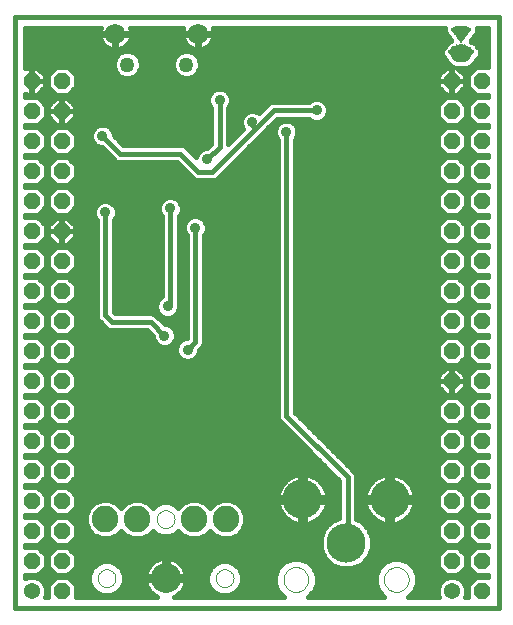
<source format=gbl>
G75*
%MOIN*%
%OFA0B0*%
%FSLAX24Y24*%
%IPPOS*%
%LPD*%
%AMOC8*
5,1,8,0,0,1.08239X$1,22.5*
%
%ADD10C,0.0160*%
%ADD11C,0.0540*%
%ADD12OC8,0.0540*%
%ADD13R,0.0312X0.0004*%
%ADD14R,0.0344X0.0004*%
%ADD15R,0.0368X0.0004*%
%ADD16R,0.0392X0.0004*%
%ADD17R,0.0408X0.0004*%
%ADD18R,0.0424X0.0004*%
%ADD19R,0.0432X0.0004*%
%ADD20R,0.0448X0.0004*%
%ADD21R,0.0456X0.0004*%
%ADD22R,0.0472X0.0004*%
%ADD23R,0.0480X0.0004*%
%ADD24R,0.0488X0.0004*%
%ADD25R,0.0496X0.0004*%
%ADD26R,0.0504X0.0004*%
%ADD27R,0.0512X0.0004*%
%ADD28R,0.0520X0.0004*%
%ADD29R,0.0528X0.0004*%
%ADD30R,0.0536X0.0004*%
%ADD31R,0.0536X0.0004*%
%ADD32R,0.0544X0.0004*%
%ADD33R,0.0552X0.0004*%
%ADD34R,0.0560X0.0004*%
%ADD35R,0.0560X0.0004*%
%ADD36R,0.0568X0.0004*%
%ADD37R,0.0576X0.0004*%
%ADD38R,0.0584X0.0004*%
%ADD39R,0.0592X0.0004*%
%ADD40R,0.0592X0.0004*%
%ADD41R,0.0600X0.0004*%
%ADD42R,0.0608X0.0004*%
%ADD43R,0.0608X0.0004*%
%ADD44R,0.0616X0.0004*%
%ADD45R,0.0624X0.0004*%
%ADD46R,0.0632X0.0004*%
%ADD47R,0.0632X0.0004*%
%ADD48R,0.0640X0.0004*%
%ADD49R,0.0648X0.0004*%
%ADD50R,0.0648X0.0004*%
%ADD51R,0.0656X0.0004*%
%ADD52R,0.0664X0.0004*%
%ADD53R,0.0664X0.0004*%
%ADD54R,0.0672X0.0004*%
%ADD55R,0.0680X0.0004*%
%ADD56R,0.0680X0.0004*%
%ADD57R,0.0688X0.0004*%
%ADD58R,0.0696X0.0004*%
%ADD59R,0.0700X0.0004*%
%ADD60R,0.0708X0.0004*%
%ADD61R,0.0716X0.0004*%
%ADD62R,0.0720X0.0004*%
%ADD63R,0.0720X0.0004*%
%ADD64R,0.0724X0.0004*%
%ADD65R,0.0808X0.0004*%
%ADD66R,0.0824X0.0004*%
%ADD67R,0.0832X0.0004*%
%ADD68R,0.0840X0.0004*%
%ADD69R,0.0848X0.0004*%
%ADD70R,0.0856X0.0004*%
%ADD71R,0.0860X0.0004*%
%ADD72R,0.0864X0.0004*%
%ADD73R,0.0864X0.0004*%
%ADD74R,0.0868X0.0004*%
%ADD75R,0.0872X0.0004*%
%ADD76R,0.0872X0.0004*%
%ADD77R,0.0860X0.0004*%
%ADD78R,0.0832X0.0004*%
%ADD79R,0.0824X0.0004*%
%ADD80R,0.0708X0.0004*%
%ADD81R,0.0712X0.0004*%
%ADD82R,0.0712X0.0004*%
%ADD83R,0.0700X0.0004*%
%ADD84R,0.0696X0.0004*%
%ADD85R,0.0692X0.0004*%
%ADD86R,0.0668X0.0004*%
%ADD87R,0.0660X0.0004*%
%ADD88R,0.0452X0.0004*%
%ADD89R,0.0188X0.0004*%
%ADD90R,0.0448X0.0004*%
%ADD91R,0.0440X0.0004*%
%ADD92R,0.0184X0.0004*%
%ADD93R,0.0432X0.0004*%
%ADD94R,0.0184X0.0004*%
%ADD95R,0.0424X0.0004*%
%ADD96R,0.0412X0.0004*%
%ADD97R,0.0128X0.0004*%
%ADD98R,0.0044X0.0004*%
%ADD99R,0.0400X0.0004*%
%ADD100R,0.0008X0.0004*%
%ADD101R,0.0388X0.0004*%
%ADD102R,0.0132X0.0004*%
%ADD103R,0.0360X0.0004*%
%ADD104R,0.0136X0.0004*%
%ADD105R,0.0340X0.0004*%
%ADD106R,0.0140X0.0004*%
%ADD107R,0.0328X0.0004*%
%ADD108R,0.0144X0.0004*%
%ADD109R,0.0324X0.0004*%
%ADD110R,0.0148X0.0004*%
%ADD111R,0.0320X0.0004*%
%ADD112R,0.0156X0.0004*%
%ADD113R,0.0316X0.0004*%
%ADD114R,0.0176X0.0004*%
%ADD115R,0.0080X0.0004*%
%ADD116R,0.0052X0.0004*%
%ADD117R,0.0380X0.0004*%
%ADD118R,0.0372X0.0004*%
%ADD119R,0.0356X0.0004*%
%ADD120R,0.0004X0.0004*%
%ADD121R,0.0308X0.0004*%
%ADD122R,0.0060X0.0004*%
%ADD123R,0.0240X0.0004*%
%ADD124R,0.0232X0.0004*%
%ADD125R,0.0044X0.0004*%
%ADD126R,0.0164X0.0004*%
%ADD127R,0.0056X0.0004*%
%ADD128R,0.0036X0.0004*%
%ADD129R,0.0156X0.0004*%
%ADD130R,0.0048X0.0004*%
%ADD131R,0.0024X0.0004*%
%ADD132R,0.0036X0.0004*%
%ADD133R,0.0016X0.0004*%
%ADD134R,0.0028X0.0004*%
%ADD135R,0.0012X0.0004*%
%ADD136R,0.0124X0.0004*%
%ADD137R,0.0108X0.0004*%
%ADD138R,0.0008X0.0004*%
%ADD139R,0.0092X0.0004*%
%ADD140R,0.0068X0.0004*%
%ADD141R,0.0008X0.0004*%
%ADD142R,0.0016X0.0004*%
%ADD143R,0.0024X0.0004*%
%ADD144R,0.0032X0.0004*%
%ADD145R,0.0032X0.0004*%
%ADD146R,0.0040X0.0004*%
%ADD147R,0.0056X0.0004*%
%ADD148R,0.0064X0.0004*%
%ADD149R,0.0072X0.0004*%
%ADD150R,0.0088X0.0004*%
%ADD151R,0.0096X0.0004*%
%ADD152R,0.0104X0.0004*%
%ADD153R,0.0112X0.0004*%
%ADD154R,0.0120X0.0004*%
%ADD155R,0.0124X0.0004*%
%ADD156R,0.0128X0.0004*%
%ADD157R,0.0144X0.0004*%
%ADD158R,0.0152X0.0004*%
%ADD159R,0.0152X0.0004*%
%ADD160R,0.0160X0.0004*%
%ADD161R,0.0168X0.0004*%
%ADD162R,0.0176X0.0004*%
%ADD163R,0.0184X0.0004*%
%ADD164R,0.0192X0.0004*%
%ADD165R,0.0200X0.0004*%
%ADD166R,0.0208X0.0004*%
%ADD167R,0.0216X0.0004*%
%ADD168R,0.0216X0.0004*%
%ADD169R,0.0224X0.0004*%
%ADD170R,0.0232X0.0004*%
%ADD171R,0.0240X0.0004*%
%ADD172R,0.0248X0.0004*%
%ADD173R,0.0256X0.0004*%
%ADD174R,0.0264X0.0004*%
%ADD175R,0.0272X0.0004*%
%ADD176R,0.0280X0.0004*%
%ADD177R,0.0288X0.0004*%
%ADD178R,0.0296X0.0004*%
%ADD179R,0.0304X0.0004*%
%ADD180R,0.0320X0.0004*%
%ADD181R,0.0328X0.0004*%
%ADD182R,0.0336X0.0004*%
%ADD183R,0.0336X0.0004*%
%ADD184R,0.0200X0.0004*%
%ADD185R,0.0128X0.0004*%
%ADD186R,0.0204X0.0004*%
%ADD187R,0.0216X0.0004*%
%ADD188R,0.0228X0.0004*%
%ADD189R,0.0416X0.0004*%
%ADD190R,0.0424X0.0004*%
%ADD191R,0.0428X0.0004*%
%ADD192R,0.0304X0.0004*%
%ADD193R,0.0180X0.0004*%
%ADD194R,0.0112X0.0004*%
%ADD195R,0.0176X0.0004*%
%ADD196R,0.0112X0.0004*%
%ADD197R,0.0132X0.0004*%
%ADD198R,0.0116X0.0004*%
%ADD199R,0.0332X0.0004*%
%ADD200R,0.0336X0.0004*%
%ADD201R,0.0480X0.0004*%
%ADD202R,0.0496X0.0004*%
%ADD203R,0.0512X0.0004*%
%ADD204R,0.0544X0.0004*%
%ADD205R,0.0208X0.0004*%
%ADD206R,0.0356X0.0004*%
%ADD207R,0.0208X0.0004*%
%ADD208R,0.0364X0.0004*%
%ADD209R,0.0212X0.0004*%
%ADD210R,0.0368X0.0004*%
%ADD211R,0.0220X0.0004*%
%ADD212R,0.0600X0.0004*%
%ADD213R,0.0356X0.0004*%
%ADD214R,0.0228X0.0004*%
%ADD215R,0.0236X0.0004*%
%ADD216R,0.0360X0.0004*%
%ADD217R,0.0368X0.0004*%
%ADD218R,0.0244X0.0004*%
%ADD219R,0.0252X0.0004*%
%ADD220R,0.0376X0.0004*%
%ADD221R,0.0672X0.0004*%
%ADD222R,0.0624X0.0004*%
%ADD223R,0.0596X0.0004*%
%ADD224R,0.0552X0.0004*%
%ADD225R,0.0456X0.0004*%
%ADD226R,0.0384X0.0004*%
%ADD227R,0.0352X0.0004*%
%ADD228R,0.0188X0.0004*%
%ADD229R,0.0108X0.0004*%
%ADD230C,0.1000*%
%ADD231C,0.0886*%
%ADD232C,0.0000*%
%ADD233C,0.1306*%
%ADD234C,0.0679*%
%ADD235C,0.0502*%
%ADD236C,0.0356*%
D10*
X003629Y003256D02*
X019770Y003256D01*
X019770Y022941D01*
X003629Y022941D01*
X003629Y003256D01*
X003989Y004232D02*
X003989Y004357D01*
X004005Y004341D01*
X004394Y004341D01*
X004669Y004616D01*
X004669Y005005D01*
X004394Y005281D01*
X004005Y005281D01*
X003989Y005265D01*
X003989Y005357D01*
X004005Y005341D01*
X004394Y005341D01*
X004669Y005616D01*
X004669Y006005D01*
X004394Y006281D01*
X004005Y006281D01*
X003989Y006265D01*
X003989Y006357D01*
X004005Y006341D01*
X004394Y006341D01*
X004669Y006616D01*
X004669Y007005D01*
X004394Y007281D01*
X004005Y007281D01*
X003989Y007265D01*
X003989Y007357D01*
X004005Y007341D01*
X004394Y007341D01*
X004669Y007616D01*
X004669Y008005D01*
X004394Y008281D01*
X004005Y008281D01*
X003989Y008265D01*
X003989Y008357D01*
X004005Y008341D01*
X004394Y008341D01*
X004669Y008616D01*
X004669Y009005D01*
X004394Y009281D01*
X004005Y009281D01*
X003989Y009265D01*
X003989Y009357D01*
X004005Y009341D01*
X004394Y009341D01*
X004669Y009616D01*
X004669Y010005D01*
X004394Y010281D01*
X004005Y010281D01*
X003989Y010265D01*
X003989Y010357D01*
X004005Y010341D01*
X004394Y010341D01*
X004669Y010616D01*
X004669Y011005D01*
X004394Y011281D01*
X004005Y011281D01*
X003989Y011265D01*
X003989Y011357D01*
X004005Y011341D01*
X004394Y011341D01*
X004669Y011616D01*
X004669Y012005D01*
X004394Y012281D01*
X004005Y012281D01*
X003989Y012265D01*
X003989Y012357D01*
X004005Y012341D01*
X004394Y012341D01*
X004669Y012616D01*
X004669Y013005D01*
X004394Y013281D01*
X004005Y013281D01*
X003989Y013265D01*
X003989Y013357D01*
X004005Y013341D01*
X004394Y013341D01*
X004669Y013616D01*
X004669Y014005D01*
X004394Y014281D01*
X004005Y014281D01*
X003989Y014265D01*
X003989Y014357D01*
X004005Y014341D01*
X004394Y014341D01*
X004669Y014616D01*
X004669Y015005D01*
X004394Y015281D01*
X004005Y015281D01*
X003989Y015265D01*
X003989Y015357D01*
X004005Y015341D01*
X004394Y015341D01*
X004669Y015616D01*
X004669Y016005D01*
X004394Y016281D01*
X004005Y016281D01*
X003989Y016265D01*
X003989Y016357D01*
X004005Y016341D01*
X004394Y016341D01*
X004669Y016616D01*
X004669Y017005D01*
X004394Y017281D01*
X004005Y017281D01*
X003989Y017265D01*
X003989Y017357D01*
X004005Y017341D01*
X004394Y017341D01*
X004669Y017616D01*
X004669Y018005D01*
X004394Y018281D01*
X004005Y018281D01*
X003989Y018265D01*
X003989Y018357D01*
X004005Y018341D01*
X004394Y018341D01*
X004669Y018616D01*
X004669Y019005D01*
X004394Y019281D01*
X004005Y019281D01*
X003989Y019265D01*
X003989Y019357D01*
X004005Y019341D01*
X004394Y019341D01*
X004669Y019616D01*
X004669Y020005D01*
X004394Y020281D01*
X004005Y020281D01*
X003989Y020265D01*
X003989Y020385D01*
X004013Y020361D01*
X004189Y020361D01*
X004189Y020801D01*
X004209Y020801D01*
X004209Y020361D01*
X004386Y020361D01*
X004649Y020624D01*
X004649Y020801D01*
X004209Y020801D01*
X004209Y020821D01*
X004189Y020821D01*
X004189Y021261D01*
X004013Y021261D01*
X003989Y021236D01*
X003989Y022581D01*
X006501Y022581D01*
X006479Y022512D01*
X006466Y022431D01*
X006466Y022424D01*
X006952Y022424D01*
X006952Y022357D01*
X006466Y022357D01*
X006466Y022350D01*
X006479Y022269D01*
X006504Y022191D01*
X006541Y022118D01*
X006589Y022052D01*
X006647Y021994D01*
X006713Y021946D01*
X006786Y021909D01*
X006864Y021884D01*
X006945Y021871D01*
X006952Y021871D01*
X006952Y022357D01*
X007019Y022357D01*
X007019Y021871D01*
X007027Y021871D01*
X007107Y021884D01*
X007185Y021909D01*
X007258Y021946D01*
X007324Y021994D01*
X007382Y022052D01*
X007430Y022118D01*
X007467Y022191D01*
X007492Y022269D01*
X007505Y022350D01*
X007505Y022357D01*
X007019Y022357D01*
X007019Y022424D01*
X007505Y022424D01*
X007505Y022431D01*
X007492Y022512D01*
X007470Y022581D01*
X009257Y022581D01*
X009235Y022512D01*
X009222Y022431D01*
X009222Y022424D01*
X009708Y022424D01*
X009708Y022357D01*
X009775Y022357D01*
X009775Y021871D01*
X009782Y021871D01*
X009863Y021884D01*
X009941Y021909D01*
X010014Y021946D01*
X010080Y021994D01*
X010138Y022052D01*
X010186Y022118D01*
X010223Y022191D01*
X010248Y022269D01*
X010261Y022350D01*
X010261Y022357D01*
X009775Y022357D01*
X009775Y022424D01*
X010261Y022424D01*
X010261Y022431D01*
X010248Y022512D01*
X010226Y022581D01*
X017969Y022581D01*
X017969Y022433D01*
X017977Y022425D01*
X017977Y022421D01*
X017989Y022409D01*
X017989Y022405D01*
X017993Y022401D01*
X017993Y022401D01*
X018001Y022393D01*
X018001Y022389D01*
X018009Y022381D01*
X018009Y022381D01*
X018013Y022377D01*
X018013Y022373D01*
X018025Y022361D01*
X018025Y022357D01*
X018037Y022345D01*
X018037Y022341D01*
X018049Y022329D01*
X018049Y022325D01*
X018053Y022321D01*
X018053Y022321D01*
X018061Y022313D01*
X018061Y022309D01*
X018069Y022301D01*
X018069Y022301D01*
X018073Y022297D01*
X018073Y022293D01*
X018081Y022285D01*
X018081Y022281D01*
X018097Y022265D01*
X018097Y022261D01*
X018105Y022253D01*
X018105Y022249D01*
X018113Y022241D01*
X018113Y022241D01*
X018117Y022237D01*
X018117Y022233D01*
X018129Y022221D01*
X018129Y022217D01*
X018141Y022205D01*
X018141Y022201D01*
X018153Y022189D01*
X018153Y022185D01*
X018157Y022181D01*
X018157Y022181D01*
X018165Y022173D01*
X018165Y022169D01*
X018173Y022161D01*
X018173Y022161D01*
X018174Y022160D01*
X018174Y022160D01*
X018170Y022156D01*
X018158Y022156D01*
X018154Y022152D01*
X018150Y022152D01*
X018146Y022148D01*
X018142Y022148D01*
X018138Y022144D01*
X018134Y022144D01*
X018126Y022136D01*
X018122Y022136D01*
X018114Y022128D01*
X018114Y022128D01*
X017997Y022010D01*
X017993Y022006D01*
X017989Y022002D01*
X017985Y021998D01*
X017985Y021994D01*
X017981Y021990D01*
X017977Y021986D01*
X017977Y021982D01*
X017973Y021978D01*
X017973Y021974D01*
X017969Y021970D01*
X017969Y021962D01*
X017897Y021890D01*
X017885Y021878D01*
X017881Y021874D01*
X017881Y021870D01*
X017877Y021866D01*
X017877Y021858D01*
X017873Y021854D01*
X017873Y021677D01*
X017877Y021673D01*
X017877Y021661D01*
X017881Y021657D01*
X017881Y021653D01*
X017893Y021641D01*
X017893Y021641D01*
X017977Y021557D01*
X017977Y021557D01*
X017981Y021553D01*
X017981Y021549D01*
X017985Y021545D01*
X017985Y021537D01*
X017989Y021533D01*
X017989Y021529D01*
X017993Y021525D01*
X017993Y021521D01*
X017997Y021517D01*
X017997Y021513D01*
X018001Y021509D01*
X018001Y021505D01*
X018005Y021501D01*
X018005Y021497D01*
X018009Y021493D01*
X018009Y021489D01*
X018013Y021485D01*
X018013Y021481D01*
X018021Y021473D01*
X018021Y021469D01*
X018029Y021461D01*
X018029Y021457D01*
X018041Y021445D01*
X018041Y021441D01*
X018061Y021421D01*
X018061Y021421D01*
X018178Y021304D01*
X018182Y021300D01*
X018186Y021296D01*
X018190Y021292D01*
X018194Y021292D01*
X018202Y021284D01*
X018206Y021284D01*
X018210Y021280D01*
X018214Y021276D01*
X018218Y021276D01*
X018222Y021272D01*
X018226Y021272D01*
X018230Y021268D01*
X018238Y021268D01*
X018242Y021264D01*
X018250Y021264D01*
X018253Y021261D01*
X018209Y021261D01*
X018209Y020821D01*
X018189Y020821D01*
X018189Y020801D01*
X017749Y020801D01*
X017749Y020624D01*
X018013Y020361D01*
X018189Y020361D01*
X018189Y020801D01*
X018209Y020801D01*
X018209Y020361D01*
X018386Y020361D01*
X018649Y020624D01*
X018649Y020801D01*
X018209Y020801D01*
X018209Y020821D01*
X018649Y020821D01*
X018649Y020997D01*
X018391Y021256D01*
X018747Y021256D01*
X018751Y021260D01*
X018763Y021260D01*
X018767Y021264D01*
X018775Y021264D01*
X018779Y021268D01*
X018787Y021268D01*
X018791Y021272D01*
X018795Y021272D01*
X018799Y021276D01*
X018803Y021276D01*
X018807Y021280D01*
X018811Y021284D01*
X018815Y021284D01*
X018823Y021292D01*
X018827Y021292D01*
X018831Y021296D01*
X018835Y021300D01*
X018839Y021304D01*
X018957Y021421D01*
X018977Y021441D01*
X018977Y021445D01*
X018989Y021457D01*
X018989Y021461D01*
X018997Y021469D01*
X018997Y021473D01*
X019005Y021481D01*
X019005Y021485D01*
X019009Y021489D01*
X019009Y021493D01*
X019013Y021497D01*
X019013Y021501D01*
X019017Y021505D01*
X019017Y021509D01*
X019021Y021513D01*
X019021Y021517D01*
X019025Y021521D01*
X019025Y021525D01*
X019029Y021529D01*
X019029Y021533D01*
X019033Y021537D01*
X019033Y021545D01*
X019037Y021549D01*
X019037Y021553D01*
X019041Y021557D01*
X019141Y021657D01*
X019141Y021665D01*
X019145Y021669D01*
X019145Y021677D01*
X019145Y021854D01*
X019145Y021854D01*
X019145Y021858D01*
X019141Y021862D01*
X019141Y021870D01*
X019033Y021978D01*
X019033Y021986D01*
X019029Y021990D01*
X019029Y022006D01*
X018911Y022124D01*
X018847Y022124D01*
X018829Y022142D01*
X018841Y022153D01*
X018841Y022157D01*
X018845Y022161D01*
X018853Y022169D01*
X018853Y022173D01*
X018861Y022181D01*
X018865Y022185D01*
X018865Y022189D01*
X018877Y022201D01*
X018877Y022205D01*
X018889Y022217D01*
X018889Y022221D01*
X018901Y022233D01*
X018901Y022237D01*
X018913Y022249D01*
X018913Y022253D01*
X018921Y022261D01*
X018925Y022265D01*
X018925Y022269D01*
X018937Y022281D01*
X018937Y022285D01*
X018945Y022293D01*
X018945Y022297D01*
X018949Y022301D01*
X018957Y022309D01*
X018957Y022313D01*
X018965Y022321D01*
X018969Y022325D01*
X018969Y022329D01*
X018981Y022341D01*
X018981Y022345D01*
X018993Y022357D01*
X018993Y022361D01*
X019005Y022373D01*
X019005Y022377D01*
X019009Y022381D01*
X019017Y022389D01*
X019017Y022393D01*
X019025Y022401D01*
X019029Y022405D01*
X019029Y022409D01*
X019041Y022421D01*
X019041Y022425D01*
X019049Y022433D01*
X019049Y022581D01*
X019410Y022581D01*
X019410Y021265D01*
X019394Y021281D01*
X019005Y021281D01*
X018729Y021005D01*
X018729Y020616D01*
X019005Y020341D01*
X019394Y020341D01*
X019410Y020357D01*
X019410Y020265D01*
X019394Y020281D01*
X019005Y020281D01*
X018729Y020005D01*
X018729Y019616D01*
X019005Y019341D01*
X019394Y019341D01*
X019410Y019357D01*
X019410Y019265D01*
X019394Y019281D01*
X019005Y019281D01*
X018729Y019005D01*
X018729Y018616D01*
X019005Y018341D01*
X019394Y018341D01*
X019410Y018357D01*
X019410Y018265D01*
X019394Y018281D01*
X019005Y018281D01*
X018729Y018005D01*
X018729Y017616D01*
X019005Y017341D01*
X019394Y017341D01*
X019410Y017357D01*
X019410Y017265D01*
X019394Y017281D01*
X019005Y017281D01*
X018729Y017005D01*
X018729Y016616D01*
X019005Y016341D01*
X019394Y016341D01*
X019410Y016357D01*
X019410Y016265D01*
X019394Y016281D01*
X019005Y016281D01*
X018729Y016005D01*
X018729Y015616D01*
X019005Y015341D01*
X019394Y015341D01*
X019410Y015357D01*
X019410Y015265D01*
X019394Y015281D01*
X019005Y015281D01*
X018729Y015005D01*
X018729Y014616D01*
X019005Y014341D01*
X019394Y014341D01*
X019410Y014357D01*
X019410Y014265D01*
X019394Y014281D01*
X019005Y014281D01*
X018729Y014005D01*
X018729Y013616D01*
X019005Y013341D01*
X019394Y013341D01*
X019410Y013357D01*
X019410Y013265D01*
X019394Y013281D01*
X019005Y013281D01*
X018729Y013005D01*
X018729Y012616D01*
X019005Y012341D01*
X019394Y012341D01*
X019410Y012357D01*
X019410Y012265D01*
X019394Y012281D01*
X019005Y012281D01*
X018729Y012005D01*
X018729Y011616D01*
X019005Y011341D01*
X019394Y011341D01*
X019410Y011357D01*
X019410Y011265D01*
X019394Y011281D01*
X019005Y011281D01*
X018729Y011005D01*
X018729Y010616D01*
X019005Y010341D01*
X019394Y010341D01*
X019410Y010357D01*
X019410Y010265D01*
X019394Y010281D01*
X019005Y010281D01*
X018729Y010005D01*
X018729Y009616D01*
X019005Y009341D01*
X019394Y009341D01*
X019410Y009357D01*
X019410Y009265D01*
X019394Y009281D01*
X019005Y009281D01*
X018729Y009005D01*
X018729Y008616D01*
X019005Y008341D01*
X019394Y008341D01*
X019410Y008357D01*
X019410Y008265D01*
X019394Y008281D01*
X019005Y008281D01*
X018729Y008005D01*
X018729Y007616D01*
X019005Y007341D01*
X019394Y007341D01*
X019410Y007357D01*
X019410Y007265D01*
X019394Y007281D01*
X019005Y007281D01*
X018729Y007005D01*
X018729Y006616D01*
X019005Y006341D01*
X019394Y006341D01*
X019410Y006357D01*
X019410Y006265D01*
X019394Y006281D01*
X019005Y006281D01*
X018729Y006005D01*
X018729Y005616D01*
X019005Y005341D01*
X019394Y005341D01*
X019410Y005357D01*
X019410Y005265D01*
X019394Y005281D01*
X019005Y005281D01*
X018729Y005005D01*
X018729Y004616D01*
X019005Y004341D01*
X019394Y004341D01*
X019410Y004357D01*
X019410Y004265D01*
X019394Y004281D01*
X019005Y004281D01*
X018729Y004005D01*
X018729Y003616D01*
X018730Y003616D01*
X018627Y003616D01*
X018669Y003717D01*
X018669Y003904D01*
X018598Y004077D01*
X018466Y004209D01*
X018293Y004281D01*
X018106Y004281D01*
X017933Y004209D01*
X017801Y004077D01*
X017729Y003904D01*
X017729Y003717D01*
X017772Y003616D01*
X016753Y003616D01*
X016940Y003802D01*
X017045Y004057D01*
X017045Y004333D01*
X016940Y004588D01*
X016745Y004783D01*
X016490Y004889D01*
X016214Y004889D01*
X015959Y004783D01*
X015764Y004588D01*
X015658Y004333D01*
X015658Y004057D01*
X015764Y003802D01*
X015951Y003616D01*
X013406Y003616D01*
X013593Y003802D01*
X013699Y004057D01*
X013699Y004333D01*
X013593Y004588D01*
X013398Y004783D01*
X013143Y004889D01*
X012867Y004889D01*
X012613Y004783D01*
X012418Y004588D01*
X012312Y004333D01*
X012312Y004057D01*
X012418Y003802D01*
X012604Y003616D01*
X008936Y003616D01*
X008964Y003627D01*
X009042Y003672D01*
X009112Y003726D01*
X009175Y003789D01*
X009230Y003860D01*
X009274Y003937D01*
X009308Y004020D01*
X009331Y004106D01*
X009340Y004171D01*
X008731Y004171D01*
X008731Y004306D01*
X009340Y004306D01*
X009331Y004372D01*
X009308Y004458D01*
X009274Y004540D01*
X009230Y004617D01*
X009175Y004688D01*
X009112Y004751D01*
X009042Y004805D01*
X008964Y004850D01*
X008882Y004884D01*
X008796Y004907D01*
X008731Y004916D01*
X008731Y004306D01*
X008595Y004306D01*
X008595Y004171D01*
X007986Y004171D01*
X007995Y004106D01*
X008018Y004020D01*
X008052Y003937D01*
X008096Y003860D01*
X008151Y003789D01*
X008214Y003726D01*
X008284Y003672D01*
X008362Y003627D01*
X008390Y003616D01*
X005669Y003616D01*
X005669Y003616D01*
X005669Y004005D01*
X005394Y004281D01*
X005005Y004281D01*
X004729Y004005D01*
X004729Y003616D01*
X004730Y003616D01*
X004627Y003616D01*
X004669Y003717D01*
X004669Y003904D01*
X004598Y004077D01*
X004466Y004209D01*
X004293Y004281D01*
X004106Y004281D01*
X003989Y004232D01*
X004419Y004365D02*
X004980Y004365D01*
X005005Y004341D02*
X005394Y004341D01*
X005669Y004616D01*
X005669Y005005D01*
X005394Y005281D01*
X005005Y005281D01*
X004729Y005005D01*
X004729Y004616D01*
X005005Y004341D01*
X004931Y004207D02*
X004468Y004207D01*
X004610Y004048D02*
X004772Y004048D01*
X004729Y003890D02*
X004669Y003890D01*
X004669Y003731D02*
X004729Y003731D01*
X004822Y004524D02*
X004577Y004524D01*
X004669Y004682D02*
X004729Y004682D01*
X004729Y004841D02*
X004669Y004841D01*
X004669Y004999D02*
X004729Y004999D01*
X004882Y005158D02*
X004517Y005158D01*
X004528Y005475D02*
X004871Y005475D01*
X005005Y005341D02*
X005394Y005341D01*
X005669Y005616D01*
X005669Y006005D01*
X005394Y006281D01*
X005005Y006281D01*
X004729Y006005D01*
X004729Y005616D01*
X005005Y005341D01*
X004729Y005633D02*
X004669Y005633D01*
X004669Y005792D02*
X004729Y005792D01*
X004729Y005950D02*
X004669Y005950D01*
X004566Y006109D02*
X004833Y006109D01*
X004991Y006267D02*
X004408Y006267D01*
X004479Y006426D02*
X004920Y006426D01*
X005005Y006341D02*
X005394Y006341D01*
X005669Y006616D01*
X005669Y007005D01*
X005394Y007281D01*
X005005Y007281D01*
X004729Y007005D01*
X004729Y006616D01*
X005005Y006341D01*
X004761Y006584D02*
X004638Y006584D01*
X004669Y006743D02*
X004729Y006743D01*
X004729Y006901D02*
X004669Y006901D01*
X004615Y007060D02*
X004784Y007060D01*
X004942Y007218D02*
X004457Y007218D01*
X004430Y007377D02*
X004969Y007377D01*
X005005Y007341D02*
X005394Y007341D01*
X005669Y007616D01*
X005669Y008005D01*
X005394Y008281D01*
X005005Y008281D01*
X004729Y008005D01*
X004729Y007616D01*
X005005Y007341D01*
X004810Y007535D02*
X004589Y007535D01*
X004669Y007694D02*
X004729Y007694D01*
X004729Y007852D02*
X004669Y007852D01*
X004664Y008011D02*
X004735Y008011D01*
X004893Y008169D02*
X004506Y008169D01*
X004540Y008486D02*
X004859Y008486D01*
X004729Y008616D02*
X005005Y008341D01*
X005394Y008341D01*
X005669Y008616D01*
X005669Y009005D01*
X005394Y009281D01*
X005005Y009281D01*
X004729Y009005D01*
X004729Y008616D01*
X004729Y008645D02*
X004669Y008645D01*
X004669Y008803D02*
X004729Y008803D01*
X004729Y008962D02*
X004669Y008962D01*
X004555Y009120D02*
X004844Y009120D01*
X005003Y009279D02*
X004396Y009279D01*
X004491Y009437D02*
X004908Y009437D01*
X005005Y009341D02*
X005394Y009341D01*
X005669Y009616D01*
X005669Y010005D01*
X005394Y010281D01*
X005005Y010281D01*
X004729Y010005D01*
X004729Y009616D01*
X005005Y009341D01*
X004750Y009596D02*
X004649Y009596D01*
X004669Y009754D02*
X004729Y009754D01*
X004729Y009913D02*
X004669Y009913D01*
X004604Y010071D02*
X004795Y010071D01*
X004954Y010230D02*
X004445Y010230D01*
X004442Y010388D02*
X004957Y010388D01*
X005005Y010341D02*
X005394Y010341D01*
X005669Y010616D01*
X005669Y011005D01*
X005394Y011281D01*
X005005Y011281D01*
X004729Y011005D01*
X004729Y010616D01*
X005005Y010341D01*
X004799Y010547D02*
X004600Y010547D01*
X004669Y010705D02*
X004729Y010705D01*
X004729Y010864D02*
X004669Y010864D01*
X004653Y011022D02*
X004746Y011022D01*
X004905Y011181D02*
X004494Y011181D01*
X004551Y011498D02*
X004848Y011498D01*
X004729Y011616D02*
X005005Y011341D01*
X005394Y011341D01*
X005669Y011616D01*
X005669Y012005D01*
X005394Y012281D01*
X005005Y012281D01*
X004729Y012005D01*
X004729Y011616D01*
X004729Y011656D02*
X004669Y011656D01*
X004669Y011815D02*
X004729Y011815D01*
X004729Y011973D02*
X004669Y011973D01*
X004543Y012132D02*
X004856Y012132D01*
X005005Y012341D02*
X005394Y012341D01*
X005669Y012616D01*
X005669Y013005D01*
X005394Y013281D01*
X005005Y013281D01*
X004729Y013005D01*
X004729Y012616D01*
X005005Y012341D01*
X004897Y012449D02*
X004502Y012449D01*
X004661Y012607D02*
X004738Y012607D01*
X004729Y012766D02*
X004669Y012766D01*
X004669Y012924D02*
X004729Y012924D01*
X004807Y013083D02*
X004592Y013083D01*
X004434Y013241D02*
X004965Y013241D01*
X005005Y013341D02*
X005394Y013341D01*
X005669Y013616D01*
X005669Y014005D01*
X005394Y014281D01*
X005005Y014281D01*
X004729Y014005D01*
X004729Y013616D01*
X005005Y013341D01*
X004946Y013400D02*
X004453Y013400D01*
X004612Y013558D02*
X004787Y013558D01*
X004729Y013717D02*
X004669Y013717D01*
X004669Y013875D02*
X004729Y013875D01*
X004758Y014034D02*
X004641Y014034D01*
X004483Y014192D02*
X004916Y014192D01*
X005005Y014341D02*
X005394Y014341D01*
X005669Y014616D01*
X005669Y015005D01*
X005394Y015281D01*
X005005Y015281D01*
X004729Y015005D01*
X004729Y014616D01*
X005005Y014341D01*
X004995Y014351D02*
X004404Y014351D01*
X004563Y014509D02*
X004836Y014509D01*
X004729Y014668D02*
X004669Y014668D01*
X004669Y014826D02*
X004729Y014826D01*
X004729Y014985D02*
X004669Y014985D01*
X004532Y015143D02*
X004867Y015143D01*
X005013Y015361D02*
X004749Y015624D01*
X004749Y015801D01*
X005189Y015801D01*
X005189Y015821D01*
X004749Y015821D01*
X004749Y015997D01*
X005013Y016261D01*
X005189Y016261D01*
X005189Y015821D01*
X005209Y015821D01*
X005209Y016261D01*
X005386Y016261D01*
X005649Y015997D01*
X005649Y015821D01*
X005209Y015821D01*
X005209Y015801D01*
X005209Y015361D01*
X005386Y015361D01*
X005649Y015624D01*
X005649Y015801D01*
X005209Y015801D01*
X005189Y015801D01*
X005189Y015361D01*
X005013Y015361D01*
X004914Y015460D02*
X004514Y015460D01*
X004669Y015619D02*
X004755Y015619D01*
X004749Y015777D02*
X004669Y015777D01*
X004669Y015936D02*
X004749Y015936D01*
X004846Y016094D02*
X004581Y016094D01*
X004422Y016253D02*
X005005Y016253D01*
X005005Y016341D02*
X005394Y016341D01*
X005669Y016616D01*
X005669Y017005D01*
X005394Y017281D01*
X005005Y017281D01*
X004729Y017005D01*
X004729Y016616D01*
X005005Y016341D01*
X004934Y016411D02*
X004465Y016411D01*
X004623Y016570D02*
X004776Y016570D01*
X004729Y016728D02*
X004669Y016728D01*
X004669Y016887D02*
X004729Y016887D01*
X004769Y017045D02*
X004630Y017045D01*
X004471Y017204D02*
X004928Y017204D01*
X005005Y017341D02*
X005394Y017341D01*
X005669Y017616D01*
X005669Y018005D01*
X005394Y018281D01*
X005005Y018281D01*
X004729Y018005D01*
X004729Y017616D01*
X005005Y017341D01*
X004983Y017362D02*
X004416Y017362D01*
X004574Y017521D02*
X004825Y017521D01*
X004729Y017679D02*
X004669Y017679D01*
X004669Y017838D02*
X004729Y017838D01*
X004729Y017996D02*
X004669Y017996D01*
X004520Y018155D02*
X004879Y018155D01*
X005005Y018341D02*
X005394Y018341D01*
X005669Y018616D01*
X005669Y019005D01*
X005394Y019281D01*
X005005Y019281D01*
X004729Y019005D01*
X004729Y018616D01*
X005005Y018341D01*
X004874Y018472D02*
X004525Y018472D01*
X004669Y018630D02*
X004729Y018630D01*
X004729Y018789D02*
X004669Y018789D01*
X004669Y018947D02*
X004729Y018947D01*
X004830Y019106D02*
X004569Y019106D01*
X004411Y019264D02*
X004988Y019264D01*
X005013Y019361D02*
X004749Y019624D01*
X004749Y019801D01*
X005189Y019801D01*
X005189Y019821D01*
X004749Y019821D01*
X004749Y019997D01*
X005013Y020261D01*
X005189Y020261D01*
X005189Y019821D01*
X005209Y019821D01*
X005209Y020261D01*
X005386Y020261D01*
X005649Y019997D01*
X005649Y019821D01*
X005209Y019821D01*
X005209Y019801D01*
X005209Y019361D01*
X005386Y019361D01*
X005649Y019624D01*
X005649Y019801D01*
X005209Y019801D01*
X005189Y019801D01*
X005189Y019361D01*
X005013Y019361D01*
X004951Y019423D02*
X004476Y019423D01*
X004635Y019581D02*
X004793Y019581D01*
X004749Y019740D02*
X004669Y019740D01*
X004669Y019898D02*
X004749Y019898D01*
X004809Y020057D02*
X004618Y020057D01*
X004460Y020215D02*
X004967Y020215D01*
X005005Y020341D02*
X005394Y020341D01*
X005669Y020616D01*
X005669Y021005D01*
X005394Y021281D01*
X005005Y021281D01*
X004729Y021005D01*
X004729Y020616D01*
X005005Y020341D01*
X004972Y020374D02*
X004399Y020374D01*
X004209Y020374D02*
X004189Y020374D01*
X004189Y020532D02*
X004209Y020532D01*
X004209Y020691D02*
X004189Y020691D01*
X004209Y020821D02*
X004649Y020821D01*
X004649Y020997D01*
X004386Y021261D01*
X004209Y021261D01*
X004209Y020821D01*
X004209Y020849D02*
X004189Y020849D01*
X004189Y021008D02*
X004209Y021008D01*
X004209Y021166D02*
X004189Y021166D01*
X003989Y021325D02*
X006928Y021325D01*
X006928Y021267D02*
X006997Y021102D01*
X007124Y020975D01*
X007290Y020906D01*
X007469Y020906D01*
X007635Y020975D01*
X007762Y021102D01*
X007830Y021267D01*
X007830Y021447D01*
X007762Y021613D01*
X007635Y021739D01*
X007469Y021808D01*
X007290Y021808D01*
X007124Y021739D01*
X006997Y021613D01*
X006928Y021447D01*
X006928Y021267D01*
X006970Y021166D02*
X005509Y021166D01*
X005667Y021008D02*
X007091Y021008D01*
X006943Y021483D02*
X003989Y021483D01*
X003989Y021642D02*
X007026Y021642D01*
X007270Y021800D02*
X003989Y021800D01*
X003989Y021959D02*
X006696Y021959D01*
X006542Y022117D02*
X003989Y022117D01*
X003989Y022276D02*
X006478Y022276D01*
X006466Y022434D02*
X003989Y022434D01*
X004480Y021166D02*
X004890Y021166D01*
X004732Y021008D02*
X004639Y021008D01*
X004649Y020849D02*
X004729Y020849D01*
X004729Y020691D02*
X004649Y020691D01*
X004557Y020532D02*
X004813Y020532D01*
X005189Y020215D02*
X005209Y020215D01*
X005209Y020057D02*
X005189Y020057D01*
X005189Y019898D02*
X005209Y019898D01*
X005209Y019740D02*
X005189Y019740D01*
X005189Y019581D02*
X005209Y019581D01*
X005209Y019423D02*
X005189Y019423D01*
X005448Y019423D02*
X010184Y019423D01*
X010184Y019581D02*
X005606Y019581D01*
X005649Y019740D02*
X010184Y019740D01*
X010184Y019898D02*
X005649Y019898D01*
X005590Y020057D02*
X010106Y020057D01*
X010085Y020105D02*
X010143Y019966D01*
X010184Y019926D01*
X010184Y018727D01*
X010036Y018579D01*
X009978Y018579D01*
X009839Y018521D01*
X009733Y018415D01*
X009675Y018276D01*
X009675Y018265D01*
X009307Y018633D01*
X009204Y018676D01*
X007255Y018676D01*
X006932Y018998D01*
X006932Y019056D01*
X006874Y019195D01*
X006768Y019301D01*
X006629Y019359D01*
X006478Y019359D01*
X006339Y019301D01*
X006233Y019195D01*
X006175Y019056D01*
X006175Y018905D01*
X006233Y018766D01*
X006339Y018660D01*
X006478Y018602D01*
X006536Y018602D01*
X006901Y018237D01*
X006980Y018158D01*
X007083Y018116D01*
X009033Y018116D01*
X009516Y017632D01*
X009595Y017553D01*
X009698Y017511D01*
X010274Y017511D01*
X010377Y017553D01*
X011817Y018993D01*
X011896Y019072D01*
X012385Y019561D01*
X013439Y019561D01*
X013479Y019520D01*
X013618Y019462D01*
X013769Y019462D01*
X013908Y019520D01*
X014014Y019626D01*
X014072Y019765D01*
X014072Y019916D01*
X014014Y020055D01*
X013908Y020161D01*
X013769Y020219D01*
X013618Y020219D01*
X013479Y020161D01*
X013439Y020121D01*
X012213Y020121D01*
X012110Y020078D01*
X011778Y019746D01*
X011763Y019761D01*
X011624Y019819D01*
X011473Y019819D01*
X011334Y019761D01*
X011228Y019655D01*
X011170Y019516D01*
X011170Y019365D01*
X011228Y019226D01*
X011243Y019211D01*
X010744Y018712D01*
X010744Y019926D01*
X010784Y019966D01*
X010842Y020105D01*
X010842Y020256D01*
X010784Y020395D01*
X010678Y020501D01*
X010539Y020559D01*
X010388Y020559D01*
X010249Y020501D01*
X010143Y020395D01*
X010085Y020256D01*
X010085Y020105D01*
X010085Y020215D02*
X005431Y020215D01*
X005427Y020374D02*
X010134Y020374D01*
X010324Y020532D02*
X005586Y020532D01*
X005669Y020691D02*
X017749Y020691D01*
X017749Y020821D02*
X018189Y020821D01*
X018189Y021261D01*
X018013Y021261D01*
X017749Y020997D01*
X017749Y020821D01*
X017749Y020849D02*
X005669Y020849D01*
X005411Y019264D02*
X006302Y019264D01*
X006196Y019106D02*
X005569Y019106D01*
X005669Y018947D02*
X006175Y018947D01*
X006224Y018789D02*
X005669Y018789D01*
X005669Y018630D02*
X006412Y018630D01*
X006667Y018472D02*
X005525Y018472D01*
X005520Y018155D02*
X006989Y018155D01*
X006825Y018313D02*
X003989Y018313D01*
X003989Y020374D02*
X004000Y020374D01*
X005669Y017996D02*
X009152Y017996D01*
X009311Y017838D02*
X005669Y017838D01*
X005669Y017679D02*
X009469Y017679D01*
X009334Y017511D02*
X009259Y017436D01*
X009259Y015491D01*
X009259Y013841D01*
X009334Y013766D01*
X009209Y013736D01*
X009094Y013717D02*
X009369Y013717D01*
X009369Y013875D02*
X009094Y013875D01*
X009094Y014034D02*
X009369Y014034D01*
X009369Y014192D02*
X009094Y014192D01*
X009094Y014351D02*
X009369Y014351D01*
X009369Y014509D02*
X009094Y014509D01*
X009094Y014668D02*
X009369Y014668D01*
X009369Y014826D02*
X009094Y014826D01*
X009094Y014985D02*
X009369Y014985D01*
X009369Y015143D02*
X009094Y015143D01*
X009094Y015302D02*
X009369Y015302D01*
X009369Y015460D02*
X009094Y015460D01*
X009094Y015619D02*
X009369Y015619D01*
X009369Y015671D02*
X009369Y012234D01*
X009323Y012234D01*
X009184Y012176D01*
X009078Y012070D01*
X009020Y011931D01*
X009020Y011780D01*
X009078Y011641D01*
X009184Y011535D01*
X009323Y011477D01*
X009474Y011477D01*
X009613Y011535D01*
X009719Y011641D01*
X009777Y011780D01*
X009777Y011838D01*
X009886Y011947D01*
X009929Y012050D01*
X009929Y015671D01*
X009969Y015711D01*
X010027Y015850D01*
X010027Y016001D01*
X009969Y016140D01*
X009863Y016246D01*
X009724Y016304D01*
X009573Y016304D01*
X009434Y016246D01*
X009328Y016140D01*
X009270Y016001D01*
X009270Y015850D01*
X009328Y015711D01*
X009369Y015671D01*
X009301Y015777D02*
X009094Y015777D01*
X009094Y015936D02*
X009270Y015936D01*
X009309Y016094D02*
X009094Y016094D01*
X009094Y016253D02*
X009450Y016253D01*
X009134Y016351D02*
X009192Y016490D01*
X009192Y016641D01*
X009134Y016780D01*
X009028Y016886D01*
X008889Y016944D01*
X008738Y016944D01*
X008599Y016886D01*
X008493Y016780D01*
X008435Y016641D01*
X008435Y016490D01*
X008493Y016351D01*
X008534Y016311D01*
X008534Y013634D01*
X008514Y013626D01*
X008408Y013520D01*
X008350Y013381D01*
X008350Y013230D01*
X008408Y013091D01*
X008514Y012985D01*
X008653Y012927D01*
X008804Y012927D01*
X008943Y012985D01*
X009049Y013091D01*
X009107Y013230D01*
X009107Y013381D01*
X009094Y013412D01*
X009094Y016311D01*
X009134Y016351D01*
X009159Y016411D02*
X012399Y016411D01*
X012399Y016253D02*
X009847Y016253D01*
X009988Y016094D02*
X012399Y016094D01*
X012399Y015936D02*
X010027Y015936D01*
X009996Y015777D02*
X012399Y015777D01*
X012399Y015619D02*
X009929Y015619D01*
X009929Y015460D02*
X012399Y015460D01*
X012399Y015302D02*
X009929Y015302D01*
X009929Y015143D02*
X012399Y015143D01*
X012399Y014985D02*
X009929Y014985D01*
X009929Y014826D02*
X012399Y014826D01*
X012399Y014668D02*
X009929Y014668D01*
X009929Y014509D02*
X012399Y014509D01*
X012399Y014351D02*
X009929Y014351D01*
X009929Y014192D02*
X012399Y014192D01*
X012399Y014034D02*
X009929Y014034D01*
X009929Y013875D02*
X012399Y013875D01*
X012399Y013717D02*
X009929Y013717D01*
X009929Y013558D02*
X012399Y013558D01*
X012399Y013400D02*
X009929Y013400D01*
X009929Y013241D02*
X012399Y013241D01*
X012399Y013083D02*
X009929Y013083D01*
X009929Y012924D02*
X012399Y012924D01*
X012399Y012766D02*
X009929Y012766D01*
X009929Y012607D02*
X012399Y012607D01*
X012399Y012449D02*
X009929Y012449D01*
X009929Y012290D02*
X012399Y012290D01*
X012399Y012132D02*
X009929Y012132D01*
X009897Y011973D02*
X012399Y011973D01*
X012399Y011815D02*
X009777Y011815D01*
X009725Y011656D02*
X012399Y011656D01*
X012399Y011498D02*
X009522Y011498D01*
X009275Y011498D02*
X005551Y011498D01*
X005669Y011656D02*
X009072Y011656D01*
X009020Y011815D02*
X005669Y011815D01*
X005669Y011973D02*
X008487Y011973D01*
X008548Y011947D02*
X008699Y011947D01*
X008838Y012005D01*
X008944Y012111D01*
X009002Y012250D01*
X009002Y012401D01*
X008944Y012540D01*
X008838Y012646D01*
X008699Y012704D01*
X008641Y012704D01*
X008401Y012944D01*
X008401Y012944D01*
X008322Y013023D01*
X008219Y013066D01*
X006985Y013066D01*
X006929Y013122D01*
X006929Y016181D01*
X006969Y016221D01*
X007027Y016360D01*
X007027Y016511D01*
X006969Y016650D01*
X006863Y016756D01*
X006724Y016814D01*
X006573Y016814D01*
X006434Y016756D01*
X006328Y016650D01*
X006270Y016511D01*
X006270Y016360D01*
X006328Y016221D01*
X006369Y016181D01*
X006369Y012950D01*
X006411Y012847D01*
X006631Y012627D01*
X006710Y012548D01*
X006813Y012506D01*
X008048Y012506D01*
X008245Y012308D01*
X008245Y012250D01*
X008303Y012111D01*
X008409Y012005D01*
X008548Y011947D01*
X008761Y011973D02*
X009038Y011973D01*
X008952Y012132D02*
X009140Y012132D01*
X009002Y012290D02*
X009369Y012290D01*
X009369Y012449D02*
X008982Y012449D01*
X008877Y012607D02*
X009369Y012607D01*
X009369Y012766D02*
X008580Y012766D01*
X008421Y012924D02*
X009369Y012924D01*
X009369Y013083D02*
X009040Y013083D01*
X009107Y013241D02*
X009369Y013241D01*
X009369Y013400D02*
X009099Y013400D01*
X009094Y013558D02*
X009369Y013558D01*
X008814Y013391D02*
X008814Y016566D01*
X009192Y016570D02*
X012399Y016570D01*
X012399Y016728D02*
X009156Y016728D01*
X009027Y016887D02*
X012399Y016887D01*
X012399Y017045D02*
X005630Y017045D01*
X005669Y016887D02*
X008601Y016887D01*
X008472Y016728D02*
X006891Y016728D01*
X007002Y016570D02*
X008435Y016570D01*
X008468Y016411D02*
X007027Y016411D01*
X006982Y016253D02*
X008534Y016253D01*
X008534Y016094D02*
X006929Y016094D01*
X006929Y015936D02*
X008534Y015936D01*
X008534Y015777D02*
X006929Y015777D01*
X006929Y015619D02*
X008534Y015619D01*
X008534Y015460D02*
X006929Y015460D01*
X006929Y015302D02*
X008534Y015302D01*
X008534Y015143D02*
X006929Y015143D01*
X006929Y014985D02*
X008534Y014985D01*
X008534Y014826D02*
X006929Y014826D01*
X006929Y014668D02*
X008534Y014668D01*
X008534Y014509D02*
X006929Y014509D01*
X006929Y014351D02*
X008534Y014351D01*
X008534Y014192D02*
X006929Y014192D01*
X006929Y014034D02*
X008534Y014034D01*
X008534Y013875D02*
X006929Y013875D01*
X006929Y013717D02*
X008534Y013717D01*
X008446Y013558D02*
X006929Y013558D01*
X006929Y013400D02*
X008358Y013400D01*
X008350Y013241D02*
X006929Y013241D01*
X006968Y013083D02*
X008417Y013083D01*
X008729Y013306D02*
X008814Y013391D01*
X008164Y012786D02*
X008624Y012326D01*
X008245Y012290D02*
X003989Y012290D01*
X003989Y011339D02*
X012399Y011339D01*
X012399Y011181D02*
X005494Y011181D01*
X005653Y011022D02*
X012399Y011022D01*
X012399Y010864D02*
X005669Y010864D01*
X005669Y010705D02*
X012399Y010705D01*
X012399Y010547D02*
X005600Y010547D01*
X005442Y010388D02*
X012399Y010388D01*
X012399Y010230D02*
X005445Y010230D01*
X005604Y010071D02*
X012399Y010071D01*
X012399Y009913D02*
X005669Y009913D01*
X005669Y009754D02*
X012399Y009754D01*
X012399Y009600D02*
X012441Y009497D01*
X014454Y007485D01*
X014454Y006245D01*
X014196Y006139D01*
X013956Y005899D01*
X013826Y005585D01*
X013826Y005246D01*
X013956Y004933D01*
X014196Y004693D01*
X014509Y004563D01*
X014848Y004563D01*
X015162Y004693D01*
X015402Y004933D01*
X015531Y005246D01*
X015531Y005585D01*
X015402Y005899D01*
X015162Y006139D01*
X015014Y006200D01*
X015014Y007656D01*
X014971Y007759D01*
X014892Y007838D01*
X012959Y009772D01*
X012959Y018861D01*
X012999Y018901D01*
X013057Y019040D01*
X013057Y019191D01*
X012999Y019330D01*
X012893Y019436D01*
X012754Y019494D01*
X012603Y019494D01*
X012464Y019436D01*
X012358Y019330D01*
X012300Y019191D01*
X012300Y019040D01*
X012358Y018901D01*
X012399Y018861D01*
X012399Y009600D01*
X012400Y009596D02*
X005649Y009596D01*
X005491Y009437D02*
X012501Y009437D01*
X012660Y009279D02*
X005396Y009279D01*
X005555Y009120D02*
X012818Y009120D01*
X012977Y008962D02*
X005669Y008962D01*
X005669Y008803D02*
X013135Y008803D01*
X013294Y008645D02*
X005669Y008645D01*
X005540Y008486D02*
X013452Y008486D01*
X013611Y008328D02*
X003989Y008328D01*
X003989Y009279D02*
X004003Y009279D01*
X005506Y008169D02*
X013769Y008169D01*
X013928Y008011D02*
X005664Y008011D01*
X005669Y007852D02*
X014086Y007852D01*
X014245Y007694D02*
X013363Y007694D01*
X013385Y007691D02*
X013302Y007702D01*
X013302Y006952D01*
X014051Y006952D01*
X014040Y007035D01*
X014012Y007141D01*
X013970Y007241D01*
X013916Y007336D01*
X013849Y007423D01*
X013772Y007500D01*
X013686Y007566D01*
X013591Y007621D01*
X013490Y007663D01*
X013385Y007691D01*
X013302Y007694D02*
X013142Y007694D01*
X013142Y007702D02*
X013059Y007691D01*
X012954Y007663D01*
X012853Y007621D01*
X012758Y007566D01*
X012672Y007500D01*
X012594Y007423D01*
X012528Y007336D01*
X012473Y007241D01*
X012432Y007141D01*
X012403Y007035D01*
X012392Y006952D01*
X013142Y006952D01*
X013142Y006792D01*
X013302Y006792D01*
X013302Y006043D01*
X013385Y006054D01*
X013490Y006082D01*
X013591Y006124D01*
X013686Y006178D01*
X013772Y006245D01*
X013849Y006322D01*
X013916Y006409D01*
X013970Y006503D01*
X014012Y006604D01*
X014040Y006709D01*
X014051Y006792D01*
X013302Y006792D01*
X013302Y006952D01*
X013142Y006952D01*
X013142Y007702D01*
X013080Y007694D02*
X005669Y007694D01*
X005589Y007535D02*
X012718Y007535D01*
X012559Y007377D02*
X005430Y007377D01*
X005457Y007218D02*
X012464Y007218D01*
X012410Y007060D02*
X005615Y007060D01*
X005669Y006901D02*
X013142Y006901D01*
X013142Y006792D02*
X012392Y006792D01*
X012403Y006709D01*
X012432Y006604D01*
X012473Y006503D01*
X012528Y006409D01*
X012594Y006322D01*
X012672Y006245D01*
X012758Y006178D01*
X012853Y006124D01*
X012954Y006082D01*
X013059Y006054D01*
X013142Y006043D01*
X013142Y006792D01*
X013142Y006743D02*
X013302Y006743D01*
X013302Y006901D02*
X014454Y006901D01*
X014454Y006743D02*
X014045Y006743D01*
X014004Y006584D02*
X014454Y006584D01*
X014454Y006426D02*
X013926Y006426D01*
X013794Y006267D02*
X014454Y006267D01*
X014166Y006109D02*
X013554Y006109D01*
X013302Y006109D02*
X013142Y006109D01*
X013142Y006267D02*
X013302Y006267D01*
X013302Y006426D02*
X013142Y006426D01*
X013142Y006584D02*
X013302Y006584D01*
X013302Y007060D02*
X013142Y007060D01*
X013142Y007218D02*
X013302Y007218D01*
X013302Y007377D02*
X013142Y007377D01*
X013142Y007535D02*
X013302Y007535D01*
X013726Y007535D02*
X014403Y007535D01*
X014454Y007377D02*
X013885Y007377D01*
X013980Y007218D02*
X014454Y007218D01*
X014454Y007060D02*
X014034Y007060D01*
X014734Y007601D02*
X014734Y005471D01*
X014679Y005416D01*
X015192Y006109D02*
X015803Y006109D01*
X015766Y006124D02*
X015867Y006082D01*
X015972Y006054D01*
X016055Y006043D01*
X016055Y006792D01*
X015306Y006792D01*
X015317Y006709D01*
X015345Y006604D01*
X015387Y006503D01*
X015441Y006409D01*
X015508Y006322D01*
X015585Y006245D01*
X015672Y006178D01*
X015766Y006124D01*
X015563Y006267D02*
X015014Y006267D01*
X015014Y006426D02*
X015432Y006426D01*
X015353Y006584D02*
X015014Y006584D01*
X015014Y006743D02*
X015312Y006743D01*
X015306Y006952D02*
X016055Y006952D01*
X016055Y006792D01*
X016215Y006792D01*
X016215Y006043D01*
X016298Y006054D01*
X016404Y006082D01*
X016504Y006124D01*
X016599Y006178D01*
X016686Y006245D01*
X016763Y006322D01*
X016829Y006409D01*
X016884Y006503D01*
X016926Y006604D01*
X016954Y006709D01*
X016965Y006792D01*
X016215Y006792D01*
X016215Y006952D01*
X016055Y006952D01*
X016055Y007702D01*
X015972Y007691D01*
X015867Y007663D01*
X015766Y007621D01*
X015672Y007566D01*
X015585Y007500D01*
X015508Y007423D01*
X015441Y007336D01*
X015387Y007241D01*
X015345Y007141D01*
X015317Y007035D01*
X015306Y006952D01*
X015323Y007060D02*
X015014Y007060D01*
X015014Y007218D02*
X015377Y007218D01*
X015473Y007377D02*
X015014Y007377D01*
X015014Y007535D02*
X015631Y007535D01*
X015994Y007694D02*
X014998Y007694D01*
X014878Y007852D02*
X017729Y007852D01*
X017729Y008005D02*
X017729Y007616D01*
X018005Y007341D01*
X018394Y007341D01*
X018669Y007616D01*
X018669Y008005D01*
X018394Y008281D01*
X018005Y008281D01*
X017729Y008005D01*
X017735Y008011D02*
X014720Y008011D01*
X014561Y008169D02*
X017893Y008169D01*
X018005Y008341D02*
X018394Y008341D01*
X018669Y008616D01*
X018669Y009005D01*
X018394Y009281D01*
X018005Y009281D01*
X017729Y009005D01*
X017729Y008616D01*
X018005Y008341D01*
X017859Y008486D02*
X014244Y008486D01*
X014403Y008328D02*
X019410Y008328D01*
X018893Y008169D02*
X018506Y008169D01*
X018664Y008011D02*
X018735Y008011D01*
X018729Y007852D02*
X018669Y007852D01*
X018669Y007694D02*
X018729Y007694D01*
X018810Y007535D02*
X018589Y007535D01*
X018430Y007377D02*
X018969Y007377D01*
X018942Y007218D02*
X018457Y007218D01*
X018394Y007281D02*
X018669Y007005D01*
X018669Y006616D01*
X018394Y006341D01*
X018005Y006341D01*
X017729Y006616D01*
X017729Y007005D01*
X018005Y007281D01*
X018394Y007281D01*
X018615Y007060D02*
X018784Y007060D01*
X018729Y006901D02*
X018669Y006901D01*
X018669Y006743D02*
X018729Y006743D01*
X018761Y006584D02*
X018638Y006584D01*
X018479Y006426D02*
X018920Y006426D01*
X018991Y006267D02*
X018408Y006267D01*
X018394Y006281D02*
X018005Y006281D01*
X017729Y006005D01*
X017729Y005616D01*
X018005Y005341D01*
X018394Y005341D01*
X018669Y005616D01*
X018669Y006005D01*
X018394Y006281D01*
X018566Y006109D02*
X018833Y006109D01*
X018729Y005950D02*
X018669Y005950D01*
X018669Y005792D02*
X018729Y005792D01*
X018729Y005633D02*
X018669Y005633D01*
X018528Y005475D02*
X018871Y005475D01*
X018882Y005158D02*
X018517Y005158D01*
X018394Y005281D02*
X018669Y005005D01*
X018669Y004616D01*
X018394Y004341D01*
X018005Y004341D01*
X017729Y004616D01*
X017729Y005005D01*
X018005Y005281D01*
X018394Y005281D01*
X018669Y004999D02*
X018729Y004999D01*
X018729Y004841D02*
X018669Y004841D01*
X018669Y004682D02*
X018729Y004682D01*
X018822Y004524D02*
X018577Y004524D01*
X018419Y004365D02*
X018980Y004365D01*
X018931Y004207D02*
X018468Y004207D01*
X018610Y004048D02*
X018772Y004048D01*
X018729Y003890D02*
X018669Y003890D01*
X018669Y003731D02*
X018729Y003731D01*
X017931Y004207D02*
X017045Y004207D01*
X017032Y004365D02*
X017980Y004365D01*
X017822Y004524D02*
X016966Y004524D01*
X016845Y004682D02*
X017729Y004682D01*
X017729Y004841D02*
X016605Y004841D01*
X016098Y004841D02*
X015310Y004841D01*
X015429Y004999D02*
X017729Y004999D01*
X017882Y005158D02*
X015495Y005158D01*
X015531Y005316D02*
X019410Y005316D01*
X019408Y006267D02*
X019410Y006267D01*
X017991Y006267D02*
X016708Y006267D01*
X016839Y006426D02*
X017920Y006426D01*
X017761Y006584D02*
X016917Y006584D01*
X016958Y006743D02*
X017729Y006743D01*
X017729Y006901D02*
X016215Y006901D01*
X016215Y006952D02*
X016965Y006952D01*
X016954Y007035D01*
X016926Y007141D01*
X016884Y007241D01*
X016829Y007336D01*
X016763Y007423D01*
X016686Y007500D01*
X016599Y007566D01*
X016504Y007621D01*
X016404Y007663D01*
X016298Y007691D01*
X016215Y007702D01*
X016215Y006952D01*
X016215Y007060D02*
X016055Y007060D01*
X016055Y007218D02*
X016215Y007218D01*
X016215Y007377D02*
X016055Y007377D01*
X016055Y007535D02*
X016215Y007535D01*
X016215Y007694D02*
X016055Y007694D01*
X016277Y007694D02*
X017729Y007694D01*
X017810Y007535D02*
X016639Y007535D01*
X016798Y007377D02*
X017969Y007377D01*
X017942Y007218D02*
X016893Y007218D01*
X016947Y007060D02*
X017784Y007060D01*
X017833Y006109D02*
X016468Y006109D01*
X016215Y006109D02*
X016055Y006109D01*
X016055Y006267D02*
X016215Y006267D01*
X016215Y006426D02*
X016055Y006426D01*
X016055Y006584D02*
X016215Y006584D01*
X016215Y006743D02*
X016055Y006743D01*
X016055Y006901D02*
X015014Y006901D01*
X014734Y007601D02*
X012679Y009656D01*
X012679Y019116D01*
X013018Y018947D02*
X017729Y018947D01*
X017729Y019005D02*
X017729Y018616D01*
X018005Y018341D01*
X018394Y018341D01*
X018669Y018616D01*
X018669Y019005D01*
X018394Y019281D01*
X018005Y019281D01*
X017729Y019005D01*
X017830Y019106D02*
X013057Y019106D01*
X013026Y019264D02*
X017988Y019264D01*
X018005Y019341D02*
X018394Y019341D01*
X018669Y019616D01*
X018669Y020005D01*
X018394Y020281D01*
X018005Y020281D01*
X017729Y020005D01*
X017729Y019616D01*
X018005Y019341D01*
X017923Y019423D02*
X012906Y019423D01*
X012451Y019423D02*
X012247Y019423D01*
X012331Y019264D02*
X012088Y019264D01*
X011930Y019106D02*
X012300Y019106D01*
X012339Y018947D02*
X011771Y018947D01*
X011613Y018789D02*
X012399Y018789D01*
X012399Y018630D02*
X011454Y018630D01*
X011296Y018472D02*
X012399Y018472D01*
X012399Y018313D02*
X011137Y018313D01*
X010979Y018155D02*
X012399Y018155D01*
X012399Y017996D02*
X010820Y017996D01*
X010662Y017838D02*
X012399Y017838D01*
X012399Y017679D02*
X010503Y017679D01*
X010298Y017521D02*
X012399Y017521D01*
X012399Y017362D02*
X005416Y017362D01*
X005471Y017204D02*
X012399Y017204D01*
X012959Y017204D02*
X017928Y017204D01*
X018005Y017281D02*
X017729Y017005D01*
X017729Y016616D01*
X018005Y016341D01*
X018394Y016341D01*
X018669Y016616D01*
X018669Y017005D01*
X018394Y017281D01*
X018005Y017281D01*
X018005Y017341D02*
X018394Y017341D01*
X018669Y017616D01*
X018669Y018005D01*
X018394Y018281D01*
X018005Y018281D01*
X017729Y018005D01*
X017729Y017616D01*
X018005Y017341D01*
X017983Y017362D02*
X012959Y017362D01*
X012959Y017521D02*
X017825Y017521D01*
X017729Y017679D02*
X012959Y017679D01*
X012959Y017838D02*
X017729Y017838D01*
X017729Y017996D02*
X012959Y017996D01*
X012959Y018155D02*
X017879Y018155D01*
X017874Y018472D02*
X012959Y018472D01*
X012959Y018630D02*
X017729Y018630D01*
X017729Y018789D02*
X012959Y018789D01*
X012959Y018313D02*
X019410Y018313D01*
X018879Y018155D02*
X018520Y018155D01*
X018669Y017996D02*
X018729Y017996D01*
X018729Y017838D02*
X018669Y017838D01*
X018669Y017679D02*
X018729Y017679D01*
X018825Y017521D02*
X018574Y017521D01*
X018416Y017362D02*
X018983Y017362D01*
X018928Y017204D02*
X018471Y017204D01*
X018630Y017045D02*
X018769Y017045D01*
X018729Y016887D02*
X018669Y016887D01*
X018669Y016728D02*
X018729Y016728D01*
X018776Y016570D02*
X018623Y016570D01*
X018465Y016411D02*
X018934Y016411D01*
X018977Y016253D02*
X018422Y016253D01*
X018394Y016281D02*
X018005Y016281D01*
X017729Y016005D01*
X017729Y015616D01*
X018005Y015341D01*
X018394Y015341D01*
X018669Y015616D01*
X018669Y016005D01*
X018394Y016281D01*
X018581Y016094D02*
X018818Y016094D01*
X018729Y015936D02*
X018669Y015936D01*
X018669Y015777D02*
X018729Y015777D01*
X018729Y015619D02*
X018669Y015619D01*
X018514Y015460D02*
X018885Y015460D01*
X018867Y015143D02*
X018532Y015143D01*
X018669Y015005D02*
X018394Y015281D01*
X018005Y015281D01*
X017729Y015005D01*
X017729Y014616D01*
X018005Y014341D01*
X018394Y014341D01*
X018669Y014616D01*
X018669Y015005D01*
X018669Y014985D02*
X018729Y014985D01*
X018729Y014826D02*
X018669Y014826D01*
X018669Y014668D02*
X018729Y014668D01*
X018836Y014509D02*
X018563Y014509D01*
X018404Y014351D02*
X018995Y014351D01*
X018916Y014192D02*
X018483Y014192D01*
X018394Y014281D02*
X018005Y014281D01*
X017729Y014005D01*
X017729Y013616D01*
X018005Y013341D01*
X018394Y013341D01*
X018669Y013616D01*
X018669Y014005D01*
X018394Y014281D01*
X018641Y014034D02*
X018758Y014034D01*
X018729Y013875D02*
X018669Y013875D01*
X018669Y013717D02*
X018729Y013717D01*
X018787Y013558D02*
X018612Y013558D01*
X018453Y013400D02*
X018946Y013400D01*
X018965Y013241D02*
X018434Y013241D01*
X018394Y013281D02*
X018669Y013005D01*
X018669Y012616D01*
X018394Y012341D01*
X018005Y012341D01*
X017729Y012616D01*
X017729Y013005D01*
X018005Y013281D01*
X018394Y013281D01*
X018592Y013083D02*
X018807Y013083D01*
X018729Y012924D02*
X018669Y012924D01*
X018669Y012766D02*
X018729Y012766D01*
X018738Y012607D02*
X018661Y012607D01*
X018502Y012449D02*
X018897Y012449D01*
X018856Y012132D02*
X018543Y012132D01*
X018669Y012005D02*
X018394Y012281D01*
X018005Y012281D01*
X017729Y012005D01*
X017729Y011616D01*
X018005Y011341D01*
X018394Y011341D01*
X018669Y011616D01*
X018669Y012005D01*
X018669Y011973D02*
X018729Y011973D01*
X018729Y011815D02*
X018669Y011815D01*
X018669Y011656D02*
X018729Y011656D01*
X018848Y011498D02*
X018551Y011498D01*
X018386Y011261D02*
X018209Y011261D01*
X018209Y010821D01*
X018189Y010821D01*
X018189Y010801D01*
X017749Y010801D01*
X017749Y010624D01*
X018013Y010361D01*
X018189Y010361D01*
X018189Y010801D01*
X018209Y010801D01*
X018209Y010361D01*
X018386Y010361D01*
X018649Y010624D01*
X018649Y010801D01*
X018209Y010801D01*
X018209Y010821D01*
X018649Y010821D01*
X018649Y010997D01*
X018386Y011261D01*
X018466Y011181D02*
X018905Y011181D01*
X018746Y011022D02*
X018624Y011022D01*
X018649Y010864D02*
X018729Y010864D01*
X018729Y010705D02*
X018649Y010705D01*
X018572Y010547D02*
X018799Y010547D01*
X018957Y010388D02*
X018413Y010388D01*
X018394Y010281D02*
X018005Y010281D01*
X017729Y010005D01*
X017729Y009616D01*
X018005Y009341D01*
X018394Y009341D01*
X018669Y009616D01*
X018669Y010005D01*
X018394Y010281D01*
X018445Y010230D02*
X018954Y010230D01*
X018795Y010071D02*
X018604Y010071D01*
X018669Y009913D02*
X018729Y009913D01*
X018729Y009754D02*
X018669Y009754D01*
X018649Y009596D02*
X018750Y009596D01*
X018908Y009437D02*
X018491Y009437D01*
X018396Y009279D02*
X019003Y009279D01*
X018844Y009120D02*
X018555Y009120D01*
X018669Y008962D02*
X018729Y008962D01*
X018729Y008803D02*
X018669Y008803D01*
X018669Y008645D02*
X018729Y008645D01*
X018859Y008486D02*
X018540Y008486D01*
X017844Y009120D02*
X013610Y009120D01*
X013769Y008962D02*
X017729Y008962D01*
X017729Y008803D02*
X013927Y008803D01*
X014086Y008645D02*
X017729Y008645D01*
X018003Y009279D02*
X013452Y009279D01*
X013293Y009437D02*
X017908Y009437D01*
X017750Y009596D02*
X013135Y009596D01*
X012976Y009754D02*
X017729Y009754D01*
X017729Y009913D02*
X012959Y009913D01*
X012959Y010071D02*
X017795Y010071D01*
X017954Y010230D02*
X012959Y010230D01*
X012959Y010388D02*
X017986Y010388D01*
X018189Y010388D02*
X018209Y010388D01*
X018209Y010547D02*
X018189Y010547D01*
X018189Y010705D02*
X018209Y010705D01*
X018189Y010821D02*
X017749Y010821D01*
X017749Y010997D01*
X018013Y011261D01*
X018189Y011261D01*
X018189Y010821D01*
X018189Y010864D02*
X018209Y010864D01*
X018209Y011022D02*
X018189Y011022D01*
X018189Y011181D02*
X018209Y011181D01*
X017933Y011181D02*
X012959Y011181D01*
X012959Y011339D02*
X019410Y011339D01*
X019410Y012290D02*
X012959Y012290D01*
X012959Y012132D02*
X017856Y012132D01*
X017729Y011973D02*
X012959Y011973D01*
X012959Y011815D02*
X017729Y011815D01*
X017729Y011656D02*
X012959Y011656D01*
X012959Y011498D02*
X017848Y011498D01*
X017774Y011022D02*
X012959Y011022D01*
X012959Y010864D02*
X017749Y010864D01*
X017749Y010705D02*
X012959Y010705D01*
X012959Y010547D02*
X017827Y010547D01*
X017897Y012449D02*
X012959Y012449D01*
X012959Y012607D02*
X017738Y012607D01*
X017729Y012766D02*
X012959Y012766D01*
X012959Y012924D02*
X017729Y012924D01*
X017807Y013083D02*
X012959Y013083D01*
X012959Y013241D02*
X017965Y013241D01*
X017946Y013400D02*
X012959Y013400D01*
X012959Y013558D02*
X017787Y013558D01*
X017729Y013717D02*
X012959Y013717D01*
X012959Y013875D02*
X017729Y013875D01*
X017758Y014034D02*
X012959Y014034D01*
X012959Y014192D02*
X017916Y014192D01*
X017995Y014351D02*
X012959Y014351D01*
X012959Y014509D02*
X017836Y014509D01*
X017729Y014668D02*
X012959Y014668D01*
X012959Y014826D02*
X017729Y014826D01*
X017729Y014985D02*
X012959Y014985D01*
X012959Y015143D02*
X017867Y015143D01*
X017885Y015460D02*
X012959Y015460D01*
X012959Y015302D02*
X019410Y015302D01*
X019404Y014351D02*
X019410Y014351D01*
X017977Y016253D02*
X012959Y016253D01*
X012959Y016411D02*
X017934Y016411D01*
X017776Y016570D02*
X012959Y016570D01*
X012959Y016728D02*
X017729Y016728D01*
X017729Y016887D02*
X012959Y016887D01*
X012959Y017045D02*
X017769Y017045D01*
X017818Y016094D02*
X012959Y016094D01*
X012959Y015936D02*
X017729Y015936D01*
X017729Y015777D02*
X012959Y015777D01*
X012959Y015619D02*
X017729Y015619D01*
X018525Y018472D02*
X018874Y018472D01*
X018729Y018630D02*
X018669Y018630D01*
X018669Y018789D02*
X018729Y018789D01*
X018729Y018947D02*
X018669Y018947D01*
X018569Y019106D02*
X018830Y019106D01*
X018988Y019264D02*
X018411Y019264D01*
X018476Y019423D02*
X018923Y019423D01*
X018764Y019581D02*
X018635Y019581D01*
X018669Y019740D02*
X018729Y019740D01*
X018729Y019898D02*
X018669Y019898D01*
X018618Y020057D02*
X018781Y020057D01*
X018939Y020215D02*
X018460Y020215D01*
X018399Y020374D02*
X018972Y020374D01*
X018813Y020532D02*
X018557Y020532D01*
X018649Y020691D02*
X018729Y020691D01*
X018729Y020849D02*
X018649Y020849D01*
X018639Y021008D02*
X018732Y021008D01*
X018890Y021166D02*
X018480Y021166D01*
X018209Y021166D02*
X018189Y021166D01*
X018189Y021008D02*
X018209Y021008D01*
X018209Y020849D02*
X018189Y020849D01*
X018199Y020811D02*
X018199Y020811D01*
X018189Y020691D02*
X018209Y020691D01*
X018209Y020532D02*
X018189Y020532D01*
X018189Y020374D02*
X018209Y020374D01*
X018000Y020374D02*
X010793Y020374D01*
X010842Y020215D02*
X013610Y020215D01*
X013777Y020215D02*
X017939Y020215D01*
X017781Y020057D02*
X014012Y020057D01*
X014072Y019898D02*
X017729Y019898D01*
X017729Y019740D02*
X014061Y019740D01*
X013969Y019581D02*
X017764Y019581D01*
X017842Y020532D02*
X010603Y020532D01*
X010464Y020181D02*
X010464Y018611D01*
X010054Y018201D01*
X010219Y017791D02*
X011659Y019231D01*
X011549Y019341D01*
X011549Y019441D01*
X011659Y019231D02*
X012269Y019841D01*
X013694Y019841D01*
X012089Y020057D02*
X010821Y020057D01*
X010744Y019898D02*
X011930Y019898D01*
X011313Y019740D02*
X010744Y019740D01*
X010744Y019581D02*
X011198Y019581D01*
X011170Y019423D02*
X010744Y019423D01*
X010744Y019264D02*
X011212Y019264D01*
X011138Y019106D02*
X010744Y019106D01*
X010744Y018947D02*
X010979Y018947D01*
X010821Y018789D02*
X010744Y018789D01*
X010184Y018789D02*
X007142Y018789D01*
X006983Y018947D02*
X010184Y018947D01*
X010184Y019106D02*
X006911Y019106D01*
X006805Y019264D02*
X010184Y019264D01*
X010087Y018630D02*
X009310Y018630D01*
X009469Y018472D02*
X009790Y018472D01*
X009691Y018313D02*
X009627Y018313D01*
X009149Y018396D02*
X009754Y017791D01*
X010219Y017791D01*
X009674Y017521D02*
X005574Y017521D01*
X005669Y016728D02*
X006406Y016728D01*
X006295Y016570D02*
X005623Y016570D01*
X005465Y016411D02*
X006270Y016411D01*
X006315Y016253D02*
X005394Y016253D01*
X005209Y016253D02*
X005189Y016253D01*
X005189Y016094D02*
X005209Y016094D01*
X005209Y015936D02*
X005189Y015936D01*
X005189Y015777D02*
X005209Y015777D01*
X005209Y015619D02*
X005189Y015619D01*
X005189Y015460D02*
X005209Y015460D01*
X005485Y015460D02*
X006369Y015460D01*
X006369Y015302D02*
X003989Y015302D01*
X003989Y014351D02*
X003995Y014351D01*
X005404Y014351D02*
X006369Y014351D01*
X006369Y014509D02*
X005563Y014509D01*
X005669Y014668D02*
X006369Y014668D01*
X006369Y014826D02*
X005669Y014826D01*
X005669Y014985D02*
X006369Y014985D01*
X006369Y015143D02*
X005532Y015143D01*
X005644Y015619D02*
X006369Y015619D01*
X006369Y015777D02*
X005649Y015777D01*
X005649Y015936D02*
X006369Y015936D01*
X006369Y016094D02*
X005552Y016094D01*
X006649Y016436D02*
X006649Y013006D01*
X006869Y012786D01*
X008164Y012786D01*
X008105Y012449D02*
X005502Y012449D01*
X005661Y012607D02*
X006651Y012607D01*
X006493Y012766D02*
X005669Y012766D01*
X005669Y012924D02*
X006379Y012924D01*
X006369Y013083D02*
X005592Y013083D01*
X005434Y013241D02*
X006369Y013241D01*
X006369Y013400D02*
X005453Y013400D01*
X005612Y013558D02*
X006369Y013558D01*
X006369Y013717D02*
X005669Y013717D01*
X005669Y013875D02*
X006369Y013875D01*
X006369Y014034D02*
X005641Y014034D01*
X005483Y014192D02*
X006369Y014192D01*
X005543Y012132D02*
X008295Y012132D01*
X009399Y011856D02*
X009649Y012106D01*
X009649Y015926D01*
X009149Y018396D02*
X007139Y018396D01*
X006554Y018981D01*
X007668Y021008D02*
X009060Y021008D01*
X009092Y020975D02*
X009258Y020906D01*
X009438Y020906D01*
X009603Y020975D01*
X009730Y021102D01*
X009799Y021267D01*
X009799Y021447D01*
X009730Y021613D01*
X009603Y021739D01*
X009438Y021808D01*
X009258Y021808D01*
X009092Y021739D01*
X008966Y021613D01*
X008897Y021447D01*
X008897Y021267D01*
X008966Y021102D01*
X009092Y020975D01*
X008939Y021166D02*
X007788Y021166D01*
X007830Y021325D02*
X008897Y021325D01*
X008912Y021483D02*
X007815Y021483D01*
X007733Y021642D02*
X008995Y021642D01*
X009239Y021800D02*
X007488Y021800D01*
X007275Y021959D02*
X009452Y021959D01*
X009469Y021946D02*
X009542Y021909D01*
X009620Y021884D01*
X009701Y021871D01*
X009708Y021871D01*
X009708Y022357D01*
X009222Y022357D01*
X009222Y022350D01*
X009235Y022269D01*
X009260Y022191D01*
X009297Y022118D01*
X009345Y022052D01*
X009403Y021994D01*
X009469Y021946D01*
X009457Y021800D02*
X017873Y021800D01*
X017897Y021890D02*
X017897Y021890D01*
X017965Y021959D02*
X010031Y021959D01*
X010185Y022117D02*
X018103Y022117D01*
X017997Y022010D02*
X017997Y022010D01*
X017981Y021990D02*
X017981Y021990D01*
X018086Y022276D02*
X010249Y022276D01*
X010261Y022434D02*
X017969Y022434D01*
X017892Y021642D02*
X009701Y021642D01*
X009784Y021483D02*
X018013Y021483D01*
X018157Y021325D02*
X009799Y021325D01*
X009757Y021166D02*
X017918Y021166D01*
X017760Y021008D02*
X009636Y021008D01*
X009708Y021959D02*
X009775Y021959D01*
X009775Y022117D02*
X009708Y022117D01*
X009708Y022276D02*
X009775Y022276D01*
X009298Y022117D02*
X007429Y022117D01*
X007493Y022276D02*
X009234Y022276D01*
X009222Y022434D02*
X007505Y022434D01*
X007019Y022276D02*
X006952Y022276D01*
X006952Y022117D02*
X007019Y022117D01*
X007019Y021959D02*
X006952Y021959D01*
X006783Y006850D02*
X006527Y006850D01*
X006291Y006752D01*
X006110Y006571D01*
X006012Y006335D01*
X006012Y006079D01*
X006110Y005843D01*
X006291Y005662D01*
X006527Y005564D01*
X006783Y005564D01*
X007019Y005662D01*
X007187Y005829D01*
X007354Y005662D01*
X007590Y005564D01*
X007846Y005564D01*
X008082Y005662D01*
X008238Y005818D01*
X008337Y005719D01*
X008549Y005632D01*
X008777Y005632D01*
X008989Y005719D01*
X009088Y005818D01*
X009244Y005662D01*
X009480Y005564D01*
X009736Y005564D01*
X009972Y005662D01*
X010139Y005829D01*
X010307Y005662D01*
X010543Y005564D01*
X010799Y005564D01*
X011035Y005662D01*
X011216Y005843D01*
X011314Y006079D01*
X011314Y006335D01*
X011216Y006571D01*
X011035Y006752D01*
X010799Y006850D01*
X010543Y006850D01*
X010307Y006752D01*
X010139Y006585D01*
X009972Y006752D01*
X009736Y006850D01*
X009480Y006850D01*
X009244Y006752D01*
X009088Y006596D01*
X008989Y006695D01*
X008777Y006782D01*
X008549Y006782D01*
X008337Y006695D01*
X008238Y006596D01*
X008082Y006752D01*
X007846Y006850D01*
X007590Y006850D01*
X007354Y006752D01*
X007187Y006585D01*
X007019Y006752D01*
X006783Y006850D01*
X007029Y006743D02*
X007344Y006743D01*
X007224Y005792D02*
X007149Y005792D01*
X006949Y005633D02*
X007424Y005633D01*
X008012Y005633D02*
X008545Y005633D01*
X008780Y005633D02*
X009314Y005633D01*
X009114Y005792D02*
X009061Y005792D01*
X008980Y004841D02*
X012752Y004841D01*
X012512Y004682D02*
X011002Y004682D01*
X010957Y004726D02*
X010746Y004814D01*
X010517Y004814D01*
X010306Y004726D01*
X010144Y004564D01*
X010056Y004353D01*
X010056Y004124D01*
X010144Y003913D01*
X010306Y003751D01*
X010517Y003663D01*
X010746Y003663D01*
X010957Y003751D01*
X011119Y003913D01*
X011207Y004124D01*
X011207Y004353D01*
X011119Y004564D01*
X010957Y004726D01*
X011136Y004524D02*
X012391Y004524D01*
X012325Y004365D02*
X011202Y004365D01*
X011207Y004207D02*
X012312Y004207D01*
X012316Y004048D02*
X011175Y004048D01*
X011096Y003890D02*
X012381Y003890D01*
X012489Y003731D02*
X010910Y003731D01*
X010353Y003731D02*
X009117Y003731D01*
X009247Y003890D02*
X010167Y003890D01*
X010088Y004048D02*
X009316Y004048D01*
X009332Y004365D02*
X010061Y004365D01*
X010056Y004207D02*
X008731Y004207D01*
X008595Y004207D02*
X007270Y004207D01*
X007270Y004124D02*
X007182Y003913D01*
X007020Y003751D01*
X006809Y003663D01*
X006580Y003663D01*
X006369Y003751D01*
X006207Y003913D01*
X006119Y004124D01*
X006119Y004353D01*
X006207Y004564D01*
X006369Y004726D01*
X006580Y004814D01*
X006809Y004814D01*
X007020Y004726D01*
X007182Y004564D01*
X007270Y004353D01*
X007270Y004124D01*
X007238Y004048D02*
X008010Y004048D01*
X008079Y003890D02*
X007159Y003890D01*
X006973Y003731D02*
X008209Y003731D01*
X007986Y004306D02*
X008595Y004306D01*
X008595Y004916D01*
X008530Y004907D01*
X008444Y004884D01*
X008362Y004850D01*
X008284Y004805D01*
X008214Y004751D01*
X008151Y004688D01*
X008096Y004617D01*
X008052Y004540D01*
X008018Y004458D01*
X007995Y004372D01*
X007986Y004306D01*
X007994Y004365D02*
X007265Y004365D01*
X007199Y004524D02*
X008045Y004524D01*
X008146Y004682D02*
X007064Y004682D01*
X006416Y003731D02*
X005669Y003731D01*
X005669Y003890D02*
X006230Y003890D01*
X006151Y004048D02*
X005627Y004048D01*
X005468Y004207D02*
X006119Y004207D01*
X006124Y004365D02*
X005419Y004365D01*
X005577Y004524D02*
X006190Y004524D01*
X006324Y004682D02*
X005669Y004682D01*
X005669Y004841D02*
X008346Y004841D01*
X008595Y004841D02*
X008731Y004841D01*
X008731Y004682D02*
X008595Y004682D01*
X008595Y004524D02*
X008731Y004524D01*
X008731Y004365D02*
X008595Y004365D01*
X009180Y004682D02*
X010261Y004682D01*
X010127Y004524D02*
X009281Y004524D01*
X009902Y005633D02*
X010377Y005633D01*
X010177Y005792D02*
X010102Y005792D01*
X009982Y006743D02*
X010297Y006743D01*
X011045Y006743D02*
X012399Y006743D01*
X012440Y006584D02*
X011203Y006584D01*
X011276Y006426D02*
X012518Y006426D01*
X012649Y006267D02*
X011314Y006267D01*
X011314Y006109D02*
X012889Y006109D01*
X013259Y004841D02*
X014048Y004841D01*
X013928Y004999D02*
X005669Y004999D01*
X005517Y005158D02*
X013862Y005158D01*
X013826Y005316D02*
X003989Y005316D01*
X003989Y006267D02*
X003991Y006267D01*
X005408Y006267D02*
X006012Y006267D01*
X006012Y006109D02*
X005566Y006109D01*
X005669Y005950D02*
X006066Y005950D01*
X006161Y005792D02*
X005669Y005792D01*
X005669Y005633D02*
X006361Y005633D01*
X006050Y006426D02*
X005479Y006426D01*
X005638Y006584D02*
X006123Y006584D01*
X006281Y006743D02*
X005669Y006743D01*
X005528Y005475D02*
X013826Y005475D01*
X013846Y005633D02*
X010965Y005633D01*
X011165Y005792D02*
X013911Y005792D01*
X014007Y005950D02*
X011260Y005950D01*
X009234Y006743D02*
X008873Y006743D01*
X008453Y006743D02*
X008092Y006743D01*
X008212Y005792D02*
X008265Y005792D01*
X013499Y004682D02*
X014221Y004682D01*
X013685Y004365D02*
X015672Y004365D01*
X015658Y004207D02*
X013699Y004207D01*
X013695Y004048D02*
X015662Y004048D01*
X015728Y003890D02*
X013629Y003890D01*
X013522Y003731D02*
X015835Y003731D01*
X015737Y004524D02*
X013620Y004524D01*
X015136Y004682D02*
X015858Y004682D01*
X015531Y005475D02*
X017871Y005475D01*
X017729Y005633D02*
X015512Y005633D01*
X015446Y005792D02*
X017729Y005792D01*
X017729Y005950D02*
X015350Y005950D01*
X016976Y003890D02*
X017729Y003890D01*
X017729Y003731D02*
X016868Y003731D01*
X017041Y004048D02*
X017789Y004048D01*
X019396Y009279D02*
X019410Y009279D01*
X019410Y021325D02*
X018860Y021325D01*
X018957Y021421D02*
X018957Y021421D01*
X019005Y021483D02*
X019410Y021483D01*
X019410Y021642D02*
X019125Y021642D01*
X019145Y021677D02*
X019145Y021677D01*
X019145Y021800D02*
X019410Y021800D01*
X019410Y021959D02*
X019052Y021959D01*
X018918Y022117D02*
X019410Y022117D01*
X019410Y022276D02*
X018931Y022276D01*
X018925Y022269D02*
X018925Y022269D01*
X018925Y022269D01*
X018921Y022261D02*
X018921Y022261D01*
X018949Y022301D02*
X018949Y022301D01*
X018965Y022321D02*
X018965Y022321D01*
X019009Y022381D02*
X019009Y022381D01*
X019025Y022401D02*
X019025Y022401D01*
X019049Y022434D02*
X019410Y022434D01*
X018861Y022181D02*
X018861Y022181D01*
X018845Y022161D02*
X018845Y022161D01*
X019041Y021557D02*
X019041Y021557D01*
D11*
X018199Y003811D03*
X004199Y003811D03*
D12*
X004199Y004811D03*
X004199Y005811D03*
X004199Y006811D03*
X004199Y007811D03*
X004199Y008811D03*
X004199Y009811D03*
X004199Y010811D03*
X004199Y011811D03*
X004199Y012811D03*
X004199Y013811D03*
X004199Y014811D03*
X004199Y015811D03*
X004199Y016811D03*
X004199Y017811D03*
X004199Y018811D03*
X004199Y019811D03*
X004199Y020811D03*
X005199Y020811D03*
X005199Y019811D03*
X005199Y018811D03*
X005199Y017811D03*
X005199Y016811D03*
X005199Y015811D03*
X005199Y014811D03*
X005199Y013811D03*
X005199Y012811D03*
X005199Y011811D03*
X005199Y010811D03*
X005199Y009811D03*
X005199Y008811D03*
X005199Y007811D03*
X005199Y006811D03*
X005199Y005811D03*
X005199Y004811D03*
X005199Y003811D03*
X018199Y004811D03*
X018199Y005811D03*
X018199Y006811D03*
X018199Y007811D03*
X018199Y008811D03*
X018199Y009811D03*
X018199Y010811D03*
X018199Y011811D03*
X018199Y012811D03*
X018199Y013811D03*
X018199Y014811D03*
X018199Y015811D03*
X018199Y016811D03*
X018199Y017811D03*
X018199Y018811D03*
X018199Y019811D03*
X018199Y020811D03*
X019199Y020811D03*
X019199Y019811D03*
X019199Y018811D03*
X019199Y017811D03*
X019199Y016811D03*
X019199Y015811D03*
X019199Y014811D03*
X019199Y013811D03*
X019199Y012811D03*
X019199Y011811D03*
X019199Y010811D03*
X019199Y009811D03*
X019199Y008811D03*
X019199Y007811D03*
X019199Y006811D03*
X019199Y005811D03*
X019199Y004811D03*
X019199Y003811D03*
D13*
X018509Y021458D03*
X018505Y021970D03*
X018509Y022270D03*
X018509Y022274D03*
D14*
X018509Y021462D03*
D15*
X018509Y021466D03*
D16*
X018509Y021470D03*
X018533Y021954D03*
D17*
X018509Y022334D03*
X018509Y022338D03*
X018509Y022594D03*
X018509Y021474D03*
D18*
X018509Y021478D03*
D19*
X018509Y021482D03*
X018509Y022354D03*
X018509Y022590D03*
D20*
X018509Y021486D03*
D21*
X018509Y021490D03*
D22*
X018509Y021494D03*
D23*
X018509Y021498D03*
X018509Y022582D03*
D24*
X018509Y022390D03*
X018509Y021502D03*
D25*
X018509Y021506D03*
D26*
X018509Y021510D03*
X018509Y022402D03*
D27*
X018509Y022574D03*
X018509Y021514D03*
D28*
X018509Y021518D03*
X018509Y022410D03*
X018509Y022414D03*
D29*
X018509Y022418D03*
X018509Y021522D03*
D30*
X018509Y021526D03*
D31*
X018509Y021530D03*
X018509Y022422D03*
X018509Y022570D03*
D32*
X018509Y022430D03*
X018509Y021534D03*
D33*
X018509Y021538D03*
X018509Y022434D03*
D34*
X018509Y022438D03*
X018509Y021542D03*
D35*
X018509Y021546D03*
D36*
X018509Y021550D03*
X018509Y022442D03*
X018509Y022562D03*
D37*
X018509Y021558D03*
X018509Y021554D03*
D38*
X018509Y021562D03*
X018509Y022558D03*
D39*
X018509Y021566D03*
D40*
X018509Y021570D03*
D41*
X018509Y021574D03*
X018509Y021578D03*
D42*
X018509Y021582D03*
X018509Y022550D03*
D43*
X018509Y021586D03*
D44*
X018509Y021590D03*
X018509Y021594D03*
D45*
X018509Y021598D03*
X018509Y021602D03*
D46*
X018509Y021606D03*
D47*
X018509Y021610D03*
X018509Y022542D03*
D48*
X018509Y021618D03*
X018509Y021614D03*
D49*
X018509Y021622D03*
X018509Y021630D03*
X018509Y022538D03*
D50*
X018509Y021626D03*
D51*
X018509Y021634D03*
X018509Y021638D03*
X018509Y022502D03*
X018509Y022534D03*
D52*
X018509Y022530D03*
X018509Y022510D03*
X018509Y021642D03*
D53*
X018509Y021646D03*
X018509Y022506D03*
D54*
X018509Y022514D03*
X018505Y021882D03*
X018509Y021658D03*
X018509Y021654D03*
X018509Y021650D03*
D55*
X018509Y021662D03*
X018509Y021878D03*
X018509Y022518D03*
X018509Y022522D03*
D56*
X018509Y021666D03*
D57*
X018509Y021670D03*
X018509Y021674D03*
X018509Y021874D03*
D58*
X018509Y021682D03*
X018509Y021678D03*
D59*
X018507Y021686D03*
D60*
X018507Y021690D03*
X018507Y021694D03*
D61*
X018507Y021698D03*
X018507Y021702D03*
D62*
X018509Y021706D03*
D63*
X018509Y021710D03*
D64*
X018511Y021714D03*
D65*
X018509Y021718D03*
X018509Y021810D03*
D66*
X018509Y021722D03*
D67*
X018509Y021726D03*
D68*
X018509Y021730D03*
X018509Y021798D03*
D69*
X018509Y021794D03*
X018509Y021734D03*
D70*
X018509Y021738D03*
X018509Y021790D03*
D71*
X018511Y021742D03*
D72*
X018509Y021746D03*
D73*
X018509Y021750D03*
X018509Y021778D03*
X018509Y021782D03*
D74*
X018511Y021774D03*
X018511Y021758D03*
X018511Y021754D03*
D75*
X018509Y021762D03*
X018509Y021770D03*
D76*
X018509Y021766D03*
D77*
X018511Y021786D03*
D78*
X018509Y021802D03*
D79*
X018509Y021806D03*
D80*
X018519Y021842D03*
X018515Y021854D03*
D81*
X018517Y021846D03*
D82*
X018517Y021850D03*
D83*
X018515Y021858D03*
X018515Y021862D03*
D84*
X018513Y021866D03*
D85*
X018511Y021870D03*
D86*
X018503Y021886D03*
D87*
X018503Y021890D03*
X018503Y021894D03*
D88*
X018403Y021898D03*
D89*
X018735Y021914D03*
X018739Y021902D03*
X018739Y021898D03*
D90*
X018401Y021902D03*
D91*
X018401Y021906D03*
D92*
X018737Y021906D03*
D93*
X018401Y021910D03*
D94*
X018737Y021910D03*
D95*
X018397Y021914D03*
D96*
X018395Y021918D03*
D97*
X018617Y022294D03*
X018621Y022298D03*
X018697Y021922D03*
X018701Y021918D03*
D98*
X018807Y021918D03*
D99*
X018509Y022330D03*
X018393Y021922D03*
D100*
X018509Y022070D03*
X018825Y021922D03*
D101*
X018391Y021926D03*
D102*
X018347Y022366D03*
X018691Y021926D03*
D103*
X018381Y021930D03*
X018397Y022454D03*
D104*
X018509Y022154D03*
X018509Y021998D03*
X018689Y021930D03*
X018629Y022314D03*
D105*
X018375Y021934D03*
D106*
X018683Y021934D03*
X018631Y022318D03*
D107*
X018441Y022374D03*
X018377Y021938D03*
D108*
X018677Y021938D03*
D109*
X018379Y021942D03*
D110*
X018507Y021994D03*
X018671Y021942D03*
D111*
X018385Y021946D03*
X018509Y022606D03*
D112*
X018627Y022326D03*
X018663Y021946D03*
D113*
X018391Y021950D03*
D114*
X018645Y021950D03*
D115*
X018509Y022114D03*
X018509Y022118D03*
X018281Y021954D03*
D116*
X018283Y021958D03*
X018383Y021982D03*
D117*
X018531Y021958D03*
D118*
X018527Y021962D03*
D119*
X018523Y021966D03*
X018403Y022446D03*
D120*
X018675Y021970D03*
D121*
X018503Y021974D03*
D122*
X018383Y021978D03*
D123*
X018537Y021978D03*
X018509Y022222D03*
X018309Y022490D03*
X018509Y022614D03*
D124*
X018321Y022470D03*
X018317Y022474D03*
X018537Y021982D03*
D125*
X018379Y021986D03*
D126*
X018507Y021986D03*
D127*
X018621Y021986D03*
D128*
X018379Y021990D03*
D129*
X018507Y021990D03*
D130*
X018509Y022094D03*
X018625Y021990D03*
D131*
X018377Y021994D03*
D132*
X018507Y022018D03*
X018627Y021994D03*
D133*
X018633Y022002D03*
X018377Y021998D03*
D134*
X018631Y021998D03*
D135*
X018375Y022002D03*
D136*
X018507Y022002D03*
X018351Y022358D03*
X018683Y022382D03*
D137*
X018507Y022006D03*
D138*
X018637Y022006D03*
D139*
X018507Y022010D03*
D140*
X018507Y022014D03*
D141*
X018509Y022066D03*
D142*
X018509Y022074D03*
D143*
X018509Y022078D03*
D144*
X018509Y022082D03*
D145*
X018509Y022086D03*
D146*
X018509Y022090D03*
D147*
X018509Y022098D03*
X018509Y022102D03*
D148*
X018509Y022106D03*
D149*
X018509Y022110D03*
D150*
X018509Y022122D03*
D151*
X018509Y022126D03*
D152*
X018509Y022130D03*
X018509Y022134D03*
D153*
X018509Y022138D03*
D154*
X018509Y022142D03*
X018685Y022378D03*
D155*
X018507Y022146D03*
D156*
X018509Y022150D03*
X018625Y022302D03*
X018629Y022310D03*
X018349Y022362D03*
D157*
X018509Y022158D03*
X018629Y022322D03*
D158*
X018509Y022162D03*
D159*
X018509Y022166D03*
D160*
X018509Y022170D03*
D161*
X018509Y022174D03*
X018509Y022178D03*
D162*
X018509Y022182D03*
D163*
X018509Y022186D03*
D164*
X018509Y022190D03*
X018509Y022194D03*
D165*
X018509Y022198D03*
X018437Y022294D03*
X018433Y022298D03*
X018429Y022302D03*
D166*
X018425Y022314D03*
X018509Y022202D03*
D167*
X018509Y022206D03*
D168*
X018509Y022210D03*
D169*
X018509Y022214D03*
D170*
X018509Y022218D03*
X018313Y022482D03*
D171*
X018509Y022226D03*
D172*
X018509Y022230D03*
D173*
X018509Y022234D03*
D174*
X018509Y022238D03*
X018509Y022242D03*
D175*
X018509Y022246D03*
D176*
X018509Y022250D03*
X018509Y022610D03*
D177*
X018509Y022258D03*
X018509Y022254D03*
D178*
X018509Y022262D03*
D179*
X018509Y022266D03*
D180*
X018509Y022278D03*
D181*
X018509Y022282D03*
D182*
X018509Y022286D03*
D183*
X018509Y022290D03*
D184*
X018429Y022306D03*
D185*
X018625Y022306D03*
D186*
X018695Y022450D03*
X018427Y022310D03*
D187*
X018425Y022318D03*
X018425Y022322D03*
D188*
X018427Y022326D03*
D189*
X018509Y022342D03*
D190*
X018509Y022346D03*
D191*
X018511Y022350D03*
D192*
X018577Y022358D03*
D193*
X018519Y022362D03*
X018515Y022370D03*
D194*
X018677Y022362D03*
X018681Y022370D03*
D195*
X018517Y022366D03*
D196*
X018681Y022366D03*
D197*
X018347Y022370D03*
D198*
X018683Y022374D03*
D199*
X018439Y022378D03*
D200*
X018441Y022382D03*
D201*
X018509Y022386D03*
D202*
X018509Y022394D03*
X018509Y022398D03*
X018509Y022578D03*
D203*
X018509Y022406D03*
D204*
X018509Y022426D03*
D205*
X018689Y022446D03*
D206*
X018639Y022474D03*
X018639Y022478D03*
X018399Y022450D03*
D207*
X018697Y022454D03*
D208*
X018395Y022458D03*
D209*
X018699Y022458D03*
D210*
X018397Y022462D03*
D211*
X018695Y022462D03*
D212*
X018509Y022466D03*
D213*
X018635Y022470D03*
X018643Y022482D03*
D214*
X018315Y022478D03*
D215*
X018311Y022486D03*
D216*
X018645Y022486D03*
D217*
X018645Y022490D03*
X018645Y022494D03*
D218*
X018311Y022494D03*
D219*
X018311Y022498D03*
D220*
X018645Y022498D03*
D221*
X018509Y022526D03*
D222*
X018509Y022546D03*
D223*
X018511Y022554D03*
D224*
X018509Y022566D03*
D225*
X018509Y022586D03*
D226*
X018509Y022598D03*
D227*
X018509Y022602D03*
D228*
X018507Y022618D03*
D229*
X018511Y022622D03*
D230*
X008663Y004239D03*
D231*
X009608Y006207D03*
X010671Y006207D03*
X007718Y006207D03*
X006655Y006207D03*
D232*
X006399Y004239D02*
X006401Y004273D01*
X006407Y004307D01*
X006417Y004340D01*
X006430Y004371D01*
X006448Y004401D01*
X006468Y004429D01*
X006492Y004454D01*
X006518Y004476D01*
X006546Y004494D01*
X006577Y004510D01*
X006609Y004522D01*
X006643Y004530D01*
X006677Y004534D01*
X006711Y004534D01*
X006745Y004530D01*
X006779Y004522D01*
X006811Y004510D01*
X006841Y004494D01*
X006870Y004476D01*
X006896Y004454D01*
X006920Y004429D01*
X006940Y004401D01*
X006958Y004371D01*
X006971Y004340D01*
X006981Y004307D01*
X006987Y004273D01*
X006989Y004239D01*
X006987Y004205D01*
X006981Y004171D01*
X006971Y004138D01*
X006958Y004107D01*
X006940Y004077D01*
X006920Y004049D01*
X006896Y004024D01*
X006870Y004002D01*
X006842Y003984D01*
X006811Y003968D01*
X006779Y003956D01*
X006745Y003948D01*
X006711Y003944D01*
X006677Y003944D01*
X006643Y003948D01*
X006609Y003956D01*
X006577Y003968D01*
X006546Y003984D01*
X006518Y004002D01*
X006492Y004024D01*
X006468Y004049D01*
X006448Y004077D01*
X006430Y004107D01*
X006417Y004138D01*
X006407Y004171D01*
X006401Y004205D01*
X006399Y004239D01*
X008368Y006207D02*
X008370Y006241D01*
X008376Y006275D01*
X008386Y006308D01*
X008399Y006339D01*
X008417Y006369D01*
X008437Y006397D01*
X008461Y006422D01*
X008487Y006444D01*
X008515Y006462D01*
X008546Y006478D01*
X008578Y006490D01*
X008612Y006498D01*
X008646Y006502D01*
X008680Y006502D01*
X008714Y006498D01*
X008748Y006490D01*
X008780Y006478D01*
X008810Y006462D01*
X008839Y006444D01*
X008865Y006422D01*
X008889Y006397D01*
X008909Y006369D01*
X008927Y006339D01*
X008940Y006308D01*
X008950Y006275D01*
X008956Y006241D01*
X008958Y006207D01*
X008956Y006173D01*
X008950Y006139D01*
X008940Y006106D01*
X008927Y006075D01*
X008909Y006045D01*
X008889Y006017D01*
X008865Y005992D01*
X008839Y005970D01*
X008811Y005952D01*
X008780Y005936D01*
X008748Y005924D01*
X008714Y005916D01*
X008680Y005912D01*
X008646Y005912D01*
X008612Y005916D01*
X008578Y005924D01*
X008546Y005936D01*
X008515Y005952D01*
X008487Y005970D01*
X008461Y005992D01*
X008437Y006017D01*
X008417Y006045D01*
X008399Y006075D01*
X008386Y006106D01*
X008376Y006139D01*
X008370Y006173D01*
X008368Y006207D01*
X010336Y004239D02*
X010338Y004273D01*
X010344Y004307D01*
X010354Y004340D01*
X010367Y004371D01*
X010385Y004401D01*
X010405Y004429D01*
X010429Y004454D01*
X010455Y004476D01*
X010483Y004494D01*
X010514Y004510D01*
X010546Y004522D01*
X010580Y004530D01*
X010614Y004534D01*
X010648Y004534D01*
X010682Y004530D01*
X010716Y004522D01*
X010748Y004510D01*
X010778Y004494D01*
X010807Y004476D01*
X010833Y004454D01*
X010857Y004429D01*
X010877Y004401D01*
X010895Y004371D01*
X010908Y004340D01*
X010918Y004307D01*
X010924Y004273D01*
X010926Y004239D01*
X010924Y004205D01*
X010918Y004171D01*
X010908Y004138D01*
X010895Y004107D01*
X010877Y004077D01*
X010857Y004049D01*
X010833Y004024D01*
X010807Y004002D01*
X010779Y003984D01*
X010748Y003968D01*
X010716Y003956D01*
X010682Y003948D01*
X010648Y003944D01*
X010614Y003944D01*
X010580Y003948D01*
X010546Y003956D01*
X010514Y003968D01*
X010483Y003984D01*
X010455Y004002D01*
X010429Y004024D01*
X010405Y004049D01*
X010385Y004077D01*
X010367Y004107D01*
X010354Y004138D01*
X010344Y004171D01*
X010338Y004205D01*
X010336Y004239D01*
X012592Y004195D02*
X012594Y004235D01*
X012600Y004276D01*
X012610Y004315D01*
X012623Y004353D01*
X012641Y004390D01*
X012662Y004424D01*
X012686Y004457D01*
X012713Y004487D01*
X012743Y004514D01*
X012776Y004538D01*
X012810Y004559D01*
X012847Y004577D01*
X012885Y004590D01*
X012924Y004600D01*
X012965Y004606D01*
X013005Y004608D01*
X013045Y004606D01*
X013086Y004600D01*
X013125Y004590D01*
X013163Y004577D01*
X013200Y004559D01*
X013234Y004538D01*
X013267Y004514D01*
X013297Y004487D01*
X013324Y004457D01*
X013348Y004424D01*
X013369Y004390D01*
X013387Y004353D01*
X013400Y004315D01*
X013410Y004276D01*
X013416Y004235D01*
X013418Y004195D01*
X013416Y004155D01*
X013410Y004114D01*
X013400Y004075D01*
X013387Y004037D01*
X013369Y004000D01*
X013348Y003966D01*
X013324Y003933D01*
X013297Y003903D01*
X013267Y003876D01*
X013234Y003852D01*
X013200Y003831D01*
X013163Y003813D01*
X013125Y003800D01*
X013086Y003790D01*
X013045Y003784D01*
X013005Y003782D01*
X012965Y003784D01*
X012924Y003790D01*
X012885Y003800D01*
X012847Y003813D01*
X012810Y003831D01*
X012776Y003852D01*
X012743Y003876D01*
X012713Y003903D01*
X012686Y003933D01*
X012662Y003966D01*
X012641Y004000D01*
X012623Y004037D01*
X012610Y004075D01*
X012600Y004114D01*
X012594Y004155D01*
X012592Y004195D01*
X015939Y004195D02*
X015941Y004235D01*
X015947Y004276D01*
X015957Y004315D01*
X015970Y004353D01*
X015988Y004390D01*
X016009Y004424D01*
X016033Y004457D01*
X016060Y004487D01*
X016090Y004514D01*
X016123Y004538D01*
X016157Y004559D01*
X016194Y004577D01*
X016232Y004590D01*
X016271Y004600D01*
X016312Y004606D01*
X016352Y004608D01*
X016392Y004606D01*
X016433Y004600D01*
X016472Y004590D01*
X016510Y004577D01*
X016547Y004559D01*
X016581Y004538D01*
X016614Y004514D01*
X016644Y004487D01*
X016671Y004457D01*
X016695Y004424D01*
X016716Y004390D01*
X016734Y004353D01*
X016747Y004315D01*
X016757Y004276D01*
X016763Y004235D01*
X016765Y004195D01*
X016763Y004155D01*
X016757Y004114D01*
X016747Y004075D01*
X016734Y004037D01*
X016716Y004000D01*
X016695Y003966D01*
X016671Y003933D01*
X016644Y003903D01*
X016614Y003876D01*
X016581Y003852D01*
X016547Y003831D01*
X016510Y003813D01*
X016472Y003800D01*
X016433Y003790D01*
X016392Y003784D01*
X016352Y003782D01*
X016312Y003784D01*
X016271Y003790D01*
X016232Y003800D01*
X016194Y003813D01*
X016157Y003831D01*
X016123Y003852D01*
X016090Y003876D01*
X016060Y003903D01*
X016033Y003933D01*
X016009Y003966D01*
X015988Y004000D01*
X015970Y004037D01*
X015957Y004075D01*
X015947Y004114D01*
X015941Y004155D01*
X015939Y004195D01*
D233*
X014679Y005416D03*
X016135Y006872D03*
X013222Y006872D03*
D234*
X009742Y022391D03*
X006986Y022391D03*
D235*
X007379Y021357D03*
X009348Y021357D03*
D236*
X010464Y020181D03*
X011549Y019441D03*
X012679Y019116D03*
X013694Y019841D03*
X010054Y018201D03*
X009334Y017511D03*
X008814Y016566D03*
X009649Y015926D03*
X009259Y015491D03*
X009209Y013736D03*
X008729Y013306D03*
X008624Y012326D03*
X009399Y011856D03*
X006649Y016436D03*
X006554Y018981D03*
M02*

</source>
